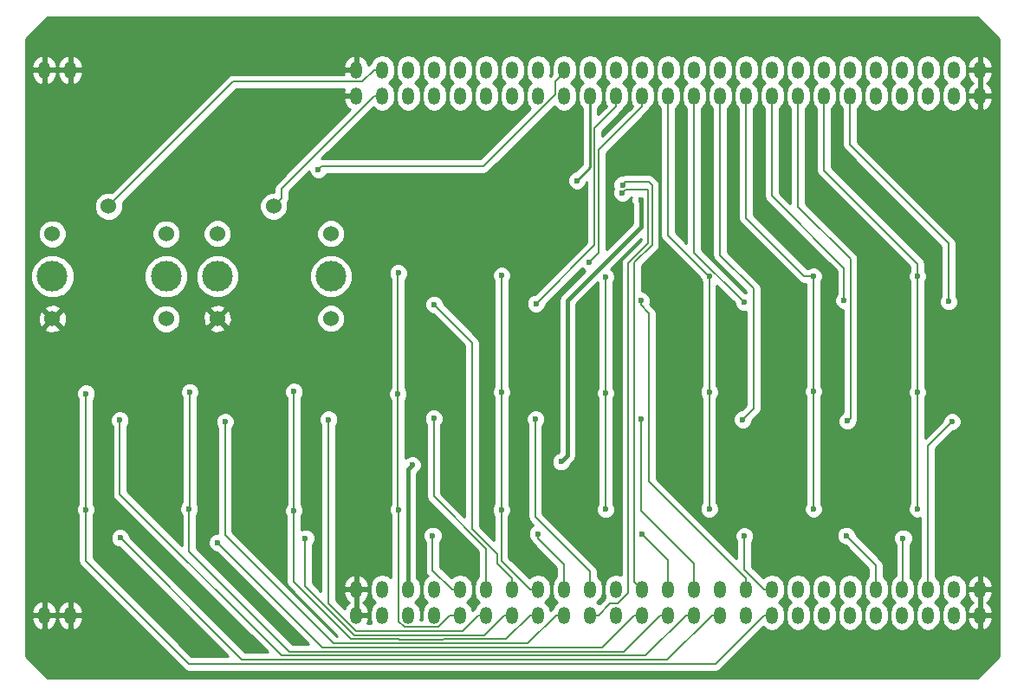
<source format=gbl>
G04 #@! TF.FileFunction,Copper,L2,Bot,Signal*
%FSLAX46Y46*%
G04 Gerber Fmt 4.6, Leading zero omitted, Abs format (unit mm)*
G04 Created by KiCad (PCBNEW 4.0.5-e0-6337~52~ubuntu16.10.1) date Sun Jan 15 19:05:05 2017*
%MOMM*%
%LPD*%
G01*
G04 APERTURE LIST*
%ADD10C,0.100000*%
%ADD11O,1.200000X1.700000*%
%ADD12C,1.524000*%
%ADD13C,3.000000*%
%ADD14C,0.600000*%
%ADD15C,0.200000*%
%ADD16C,0.400000*%
%ADD17C,0.250000*%
%ADD18C,0.254000*%
G04 APERTURE END LIST*
D10*
D11*
X82540000Y-84590000D03*
X85080000Y-84590000D03*
X113020000Y-84590000D03*
X115560000Y-84590000D03*
X118100000Y-84590000D03*
X120640000Y-84590000D03*
X123180000Y-84590000D03*
X125720000Y-84590000D03*
X128260000Y-84590000D03*
X130800000Y-84590000D03*
X133340000Y-84590000D03*
X135880000Y-84590000D03*
X138420000Y-84590000D03*
X140960000Y-84590000D03*
X143500000Y-84590000D03*
X146040000Y-84590000D03*
X148580000Y-84590000D03*
X151120000Y-84590000D03*
X153660000Y-84590000D03*
X156200000Y-84590000D03*
X158740000Y-84590000D03*
X161280000Y-84590000D03*
X163820000Y-84590000D03*
X166360000Y-84590000D03*
X168900000Y-84590000D03*
X171440000Y-84590000D03*
X173980000Y-84590000D03*
X113020000Y-87130000D03*
X115560000Y-87130000D03*
X118100000Y-87130000D03*
X120640000Y-87130000D03*
X123180000Y-87130000D03*
X125720000Y-87130000D03*
X128260000Y-87130000D03*
X130800000Y-87130000D03*
X133340000Y-87130000D03*
X135880000Y-87130000D03*
X138420000Y-87130000D03*
X140960000Y-87130000D03*
X143500000Y-87130000D03*
X146040000Y-87130000D03*
X148580000Y-87130000D03*
X151120000Y-87130000D03*
X153660000Y-87130000D03*
X156200000Y-87130000D03*
X158740000Y-87130000D03*
X161280000Y-87130000D03*
X163820000Y-87130000D03*
X166360000Y-87130000D03*
X168900000Y-87130000D03*
X171440000Y-87130000D03*
X173980000Y-87130000D03*
X82540000Y-137930000D03*
X85080000Y-137930000D03*
X113020000Y-135390000D03*
X115560000Y-135390000D03*
X118100000Y-135390000D03*
X120640000Y-135390000D03*
X123180000Y-135390000D03*
X125720000Y-135390000D03*
X128260000Y-135390000D03*
X130800000Y-135390000D03*
X133340000Y-135390000D03*
X135880000Y-135390000D03*
X138420000Y-135390000D03*
X140960000Y-135390000D03*
X143500000Y-135390000D03*
X146040000Y-135390000D03*
X148580000Y-135390000D03*
X151120000Y-135390000D03*
X153660000Y-135390000D03*
X156200000Y-135390000D03*
X158740000Y-135390000D03*
X161280000Y-135390000D03*
X163820000Y-135390000D03*
X166360000Y-135390000D03*
X168900000Y-135390000D03*
X171440000Y-135390000D03*
X173980000Y-135390000D03*
X113020000Y-137930000D03*
X115560000Y-137930000D03*
X118100000Y-137930000D03*
X120640000Y-137930000D03*
X123180000Y-137930000D03*
X125720000Y-137930000D03*
X128260000Y-137930000D03*
X130800000Y-137930000D03*
X133340000Y-137930000D03*
X135880000Y-137930000D03*
X138420000Y-137930000D03*
X140960000Y-137930000D03*
X143500000Y-137930000D03*
X146040000Y-137930000D03*
X148580000Y-137930000D03*
X151120000Y-137930000D03*
X153660000Y-137930000D03*
X156200000Y-137930000D03*
X158740000Y-137930000D03*
X161280000Y-137930000D03*
X163820000Y-137930000D03*
X166360000Y-137930000D03*
X168900000Y-137930000D03*
X171440000Y-137930000D03*
X173980000Y-137930000D03*
D12*
X88824600Y-97916800D03*
X94424600Y-108916800D03*
X83324600Y-108916800D03*
X94424600Y-100616800D03*
X83324600Y-100616800D03*
D13*
X83324600Y-104766800D03*
X94424600Y-104766800D03*
D12*
X104950000Y-97900000D03*
X110550000Y-108900000D03*
X99450000Y-108900000D03*
X110550000Y-100600000D03*
X99450000Y-100600000D03*
D13*
X99450000Y-104750000D03*
X110550000Y-104750000D03*
D14*
X86614000Y-116230400D03*
X86588600Y-127584200D03*
X96697800Y-127508000D03*
X96748600Y-116078000D03*
X106922478Y-127706395D03*
X106934000Y-116052600D03*
X117119400Y-104444800D03*
X117144800Y-127584200D03*
X117094000Y-116255800D03*
X127203200Y-127609600D03*
X127228600Y-116078000D03*
X127228600Y-104673400D03*
X170916600Y-107238800D03*
X171246800Y-118973600D03*
X161010600Y-118922800D03*
X166471600Y-130378200D03*
X160909000Y-130124200D03*
X150799800Y-118770400D03*
X140868400Y-118719600D03*
X150952200Y-130175000D03*
X140970000Y-129971800D03*
X130556000Y-118745000D03*
X139042857Y-95826368D03*
X89941400Y-130352800D03*
X120599200Y-118668800D03*
X139039600Y-96621600D03*
X130759200Y-129946400D03*
X110312200Y-118770400D03*
X120497600Y-130124200D03*
X108051600Y-130378200D03*
X100203000Y-118973600D03*
X99466400Y-130810000D03*
X89916000Y-118846600D03*
X138791499Y-93970444D03*
X120624600Y-107518200D03*
X130581400Y-107442000D03*
X140843000Y-107162600D03*
X150901400Y-107289600D03*
X160710589Y-107112972D03*
X118491000Y-123215400D03*
X133045200Y-122910600D03*
X140819652Y-97286805D03*
X140819654Y-97286805D03*
X135788400Y-103378000D03*
X137388600Y-127558800D03*
X137388600Y-116179600D03*
X137390133Y-104814348D03*
X147543370Y-104780114D03*
X147523200Y-127508000D03*
X147523200Y-116078000D03*
X157708600Y-127533400D03*
X157708600Y-116027200D03*
X157708600Y-104749600D03*
X167868600Y-127508000D03*
X167868600Y-116103400D03*
X167868600Y-104775000D03*
X109321600Y-94310200D03*
X134594600Y-95402400D03*
D15*
X116236003Y-142680109D02*
X122503997Y-142680109D01*
X122503997Y-142680109D02*
X122512306Y-142671800D01*
X122512306Y-142671800D02*
X148118200Y-142671800D01*
X116227694Y-142671800D02*
X116236003Y-142680109D01*
X86588600Y-127584200D02*
X86588600Y-132613400D01*
X86588600Y-132613400D02*
X96647000Y-142671800D01*
X96647000Y-142671800D02*
X116227694Y-142671800D01*
X148118200Y-142671800D02*
X152860000Y-137930000D01*
X152860000Y-137930000D02*
X153660000Y-137930000D01*
X86588600Y-116255800D02*
X86614000Y-116230400D01*
X86588600Y-127584200D02*
X86588600Y-116255800D01*
X116724761Y-141471767D02*
X116733070Y-141480076D01*
X96697800Y-127508000D02*
X96697800Y-131648200D01*
X142700000Y-137930000D02*
X143500000Y-137930000D01*
X139158233Y-141471767D02*
X142700000Y-137930000D01*
X106521367Y-141471767D02*
X116724761Y-141471767D01*
X122006930Y-141480076D02*
X122015239Y-141471767D01*
X96697800Y-131648200D02*
X106521367Y-141471767D01*
X116733070Y-141480076D02*
X122006930Y-141480076D01*
X122015239Y-141471767D02*
X139158233Y-141471767D01*
X96748600Y-116078000D02*
X96748600Y-127457200D01*
X96748600Y-127457200D02*
X96697800Y-127508000D01*
X117221828Y-140271734D02*
X117230137Y-140280043D01*
X112537290Y-140271734D02*
X117221828Y-140271734D01*
X127658266Y-140271734D02*
X130000000Y-137930000D01*
X117230137Y-140280043D02*
X121509863Y-140280043D01*
X106922478Y-127706395D02*
X106922478Y-134656922D01*
X121509863Y-140280043D02*
X121518172Y-140271734D01*
X106922478Y-134656922D02*
X112537290Y-140271734D01*
X130000000Y-137930000D02*
X130800000Y-137930000D01*
X121518172Y-140271734D02*
X127658266Y-140271734D01*
X106934000Y-116052600D02*
X106934000Y-127694873D01*
X106934000Y-127694873D02*
X106922478Y-127706395D01*
X121012796Y-139080010D02*
X122162806Y-137930000D01*
X117144800Y-127584200D02*
X117144800Y-138497606D01*
X117144800Y-138497606D02*
X117727204Y-139080010D01*
X122162806Y-137930000D02*
X122380000Y-137930000D01*
X117727204Y-139080010D02*
X121012796Y-139080010D01*
X122380000Y-137930000D02*
X123180000Y-137930000D01*
X117094000Y-116255800D02*
X117094000Y-104470200D01*
X117094000Y-104470200D02*
X117119400Y-104444800D01*
X117094000Y-116255800D02*
X117094000Y-127533400D01*
X117094000Y-127533400D02*
X117144800Y-127584200D01*
X127203200Y-132593200D02*
X130000000Y-135390000D01*
X127203200Y-127609600D02*
X127203200Y-132593200D01*
X130000000Y-135390000D02*
X130800000Y-135390000D01*
X127228600Y-116078000D02*
X127228600Y-127584200D01*
X127228600Y-127584200D02*
X127203200Y-127609600D01*
X127228600Y-104673400D02*
X127228600Y-116078000D01*
X161280000Y-88001000D02*
X161280000Y-87130000D01*
X170916600Y-101549200D02*
X161280000Y-91912600D01*
X161280000Y-91912600D02*
X161280000Y-88001000D01*
X170916600Y-107238800D02*
X170916600Y-101549200D01*
X171246800Y-118973600D02*
X168900000Y-121320400D01*
X168900000Y-121320400D02*
X168900000Y-135390000D01*
X161310599Y-103093799D02*
X156200000Y-97983200D01*
X156200000Y-97983200D02*
X156200000Y-87130000D01*
X161010600Y-118922800D02*
X161310599Y-118622801D01*
X161310599Y-118622801D02*
X161310599Y-103093799D01*
X166471600Y-130378200D02*
X166471600Y-135278400D01*
X166471600Y-135278400D02*
X166360000Y-135390000D01*
X163820000Y-133035200D02*
X163820000Y-135390000D01*
X160909000Y-130124200D02*
X163820000Y-133035200D01*
X151866600Y-105968800D02*
X148580000Y-102682200D01*
X148580000Y-102682200D02*
X148580000Y-87130000D01*
X151866600Y-117703600D02*
X151866600Y-105968800D01*
X150799800Y-118770400D02*
X151866600Y-117703600D01*
X140868400Y-118719600D02*
X140868400Y-127660400D01*
X140868400Y-127660400D02*
X146040000Y-132832000D01*
X146040000Y-132832000D02*
X146040000Y-135390000D01*
X150952200Y-130175000D02*
X150952200Y-133482200D01*
X150952200Y-133482200D02*
X152860000Y-135390000D01*
X152860000Y-135390000D02*
X153660000Y-135390000D01*
X140970000Y-129971800D02*
X143500000Y-132501800D01*
X143500000Y-132501800D02*
X143500000Y-135390000D01*
X130505200Y-119220064D02*
X130505200Y-128278654D01*
X130505200Y-128278654D02*
X135880000Y-133653454D01*
X135880000Y-133653454D02*
X135880000Y-134340000D01*
X135880000Y-134340000D02*
X135880000Y-135390000D01*
X130556000Y-118745000D02*
X130556000Y-119169264D01*
X130556000Y-119169264D02*
X130505200Y-119220064D01*
X140960000Y-135390000D02*
X140182600Y-134612600D01*
X140182600Y-134612600D02*
X140182600Y-103428800D01*
X139342856Y-95526369D02*
X139042857Y-95826368D01*
X140182600Y-103428800D02*
X141935200Y-101676200D01*
X141935200Y-101676200D02*
X141935200Y-95859600D01*
X141935200Y-95859600D02*
X141601969Y-95526369D01*
X141601969Y-95526369D02*
X139342856Y-95526369D01*
X122346617Y-142271789D02*
X143438211Y-142271789D01*
X122338308Y-142280098D02*
X122346617Y-142271789D01*
X101860389Y-142271789D02*
X116393383Y-142271789D01*
X89941400Y-130352800D02*
X101860389Y-142271789D01*
X116393383Y-142271789D02*
X116401692Y-142280098D01*
X143438211Y-142271789D02*
X147780000Y-137930000D01*
X147780000Y-137930000D02*
X148580000Y-137930000D01*
X116401692Y-142280098D02*
X122338308Y-142280098D01*
X125720000Y-134340000D02*
X125720000Y-135390000D01*
X120599200Y-126295700D02*
X125720000Y-131416500D01*
X120599200Y-118668800D02*
X120599200Y-126295700D01*
X125720000Y-131416500D02*
X125720000Y-134340000D01*
X136680000Y-137930000D02*
X135880000Y-137930000D01*
X137830010Y-136779990D02*
X136680000Y-137930000D01*
X138552816Y-136779990D02*
X137830010Y-136779990D01*
X141575189Y-101527079D02*
X139619389Y-103482879D01*
X141575189Y-96321601D02*
X141575189Y-101527079D01*
X139619389Y-103482879D02*
X139619389Y-135713417D01*
X139339599Y-96321601D02*
X141575189Y-96321601D01*
X139039600Y-96621600D02*
X139339599Y-96321601D01*
X139619389Y-135713417D02*
X138552816Y-136779990D01*
X130759200Y-129946400D02*
X130759200Y-130370664D01*
X130759200Y-130370664D02*
X133340000Y-132951464D01*
X133340000Y-132951464D02*
X133340000Y-135390000D01*
X110312200Y-118770400D02*
X110312200Y-136745006D01*
X117561515Y-139480021D02*
X121178485Y-139480021D01*
X124920000Y-137930000D02*
X125720000Y-137930000D01*
X117553206Y-139471712D02*
X117561515Y-139480021D01*
X123378288Y-139471712D02*
X124920000Y-137930000D01*
X113038906Y-139471712D02*
X117553206Y-139471712D01*
X110312200Y-136745006D02*
X113038906Y-139471712D01*
X121178485Y-139480021D02*
X121186794Y-139471712D01*
X121186794Y-139471712D02*
X123378288Y-139471712D01*
X120497600Y-130124200D02*
X120497600Y-133507600D01*
X120497600Y-133507600D02*
X122380000Y-135390000D01*
X122380000Y-135390000D02*
X123180000Y-135390000D01*
X127460000Y-137930000D02*
X128260000Y-137930000D01*
X125518277Y-139871723D02*
X127460000Y-137930000D01*
X112873217Y-139871723D02*
X117387517Y-139871723D01*
X108051600Y-135050106D02*
X112873217Y-139871723D01*
X108051600Y-130378200D02*
X108051600Y-135050106D01*
X121344174Y-139880032D02*
X121352483Y-139871723D01*
X117387517Y-139871723D02*
X117395826Y-139880032D01*
X117395826Y-139880032D02*
X121344174Y-139880032D01*
X121352483Y-139871723D02*
X125518277Y-139871723D01*
X129798255Y-140671745D02*
X132540000Y-137930000D01*
X121675552Y-140680054D02*
X121683861Y-140671745D01*
X121683861Y-140671745D02*
X129798255Y-140671745D01*
X117064448Y-140680054D02*
X121675552Y-140680054D01*
X100203000Y-118973600D02*
X100203000Y-130054900D01*
X132540000Y-137930000D02*
X133340000Y-137930000D01*
X110819845Y-140671745D02*
X117056139Y-140671745D01*
X100203000Y-130054900D02*
X110819845Y-140671745D01*
X117056139Y-140671745D02*
X117064448Y-140680054D01*
X137018244Y-141071756D02*
X140160000Y-137930000D01*
X109728156Y-141071756D02*
X116890450Y-141071756D01*
X99466400Y-130810000D02*
X109728156Y-141071756D01*
X140160000Y-137930000D02*
X140960000Y-137930000D01*
X116898759Y-141080065D02*
X121841241Y-141080065D01*
X116890450Y-141071756D02*
X116898759Y-141080065D01*
X121841241Y-141080065D02*
X121849550Y-141071756D01*
X121849550Y-141071756D02*
X137018244Y-141071756D01*
X145240000Y-137930000D02*
X146040000Y-137930000D01*
X116559072Y-141871778D02*
X116567381Y-141880087D01*
X89916000Y-118846600D02*
X89916000Y-126060200D01*
X141298222Y-141871778D02*
X145240000Y-137930000D01*
X122180928Y-141871778D02*
X141298222Y-141871778D01*
X89916000Y-126060200D02*
X105727578Y-141871778D01*
X122172619Y-141880087D02*
X122180928Y-141871778D01*
X105727578Y-141871778D02*
X116559072Y-141871778D01*
X116567381Y-141880087D02*
X122172619Y-141880087D01*
D16*
X138953455Y-94132400D02*
X138791499Y-93970444D01*
X139065000Y-94132400D02*
X138953455Y-94132400D01*
D15*
X128260000Y-134340000D02*
X128260000Y-135390000D01*
X124358400Y-129489200D02*
X126803189Y-131933989D01*
X124358400Y-111252000D02*
X124358400Y-129489200D01*
X120624600Y-107518200D02*
X124358400Y-111252000D01*
X126803189Y-132883189D02*
X128260000Y-134340000D01*
X126803189Y-131933989D02*
X126803189Y-132883189D01*
X138420000Y-88180000D02*
X138420000Y-87130000D01*
X136305011Y-90294989D02*
X138420000Y-88180000D01*
X136305011Y-101718389D02*
X136305011Y-90294989D01*
X130581400Y-107442000D02*
X136305011Y-101718389D01*
X140843000Y-107162600D02*
X140843000Y-107586864D01*
X140843000Y-107586864D02*
X141630400Y-108374264D01*
X141630400Y-108374264D02*
X141630400Y-124850400D01*
X141630400Y-124850400D02*
X151120000Y-134340000D01*
X151120000Y-134340000D02*
X151120000Y-135390000D01*
X146040000Y-102428200D02*
X146040000Y-87130000D01*
X150901400Y-107289600D02*
X146040000Y-102428200D01*
X160710589Y-103966989D02*
X160710589Y-106688708D01*
X153660000Y-96916400D02*
X160710589Y-103966989D01*
X153660000Y-87130000D02*
X153660000Y-96916400D01*
X160710589Y-106688708D02*
X160710589Y-107112972D01*
D16*
X140819654Y-97286805D02*
X140819654Y-99972346D01*
X140819654Y-99972346D02*
X133680200Y-107111800D01*
X133680200Y-122275600D02*
X133045200Y-122910600D01*
X133680200Y-107111800D02*
X133680200Y-122275600D01*
X118491000Y-123215400D02*
X118100000Y-123606400D01*
X118100000Y-123606400D02*
X118100000Y-135390000D01*
X118100000Y-135390000D02*
X118100000Y-135140000D01*
X140868400Y-97238057D02*
X140819652Y-97286805D01*
D15*
X140960000Y-88180000D02*
X140960000Y-87130000D01*
X135788400Y-103378000D02*
X136705022Y-102461378D01*
X136705022Y-102461378D02*
X136705022Y-92434978D01*
X136705022Y-92434978D02*
X140960000Y-88180000D01*
X137388600Y-116179600D02*
X137388600Y-127558800D01*
X137390133Y-104814348D02*
X137390133Y-116178067D01*
X137390133Y-116178067D02*
X137388600Y-116179600D01*
X147243371Y-104480115D02*
X147543370Y-104780114D01*
X143500000Y-100736744D02*
X147243371Y-104480115D01*
X143500000Y-87130000D02*
X143500000Y-100736744D01*
X147523200Y-104800284D02*
X147543370Y-104780114D01*
X147523200Y-116078000D02*
X147523200Y-104800284D01*
X147523200Y-116078000D02*
X147523200Y-127508000D01*
X156819600Y-104749600D02*
X151120000Y-99050000D01*
X151120000Y-99050000D02*
X151120000Y-87130000D01*
X157708600Y-104749600D02*
X156819600Y-104749600D01*
X157708600Y-116027200D02*
X157708600Y-127533400D01*
X157708600Y-104749600D02*
X157708600Y-116027200D01*
X167868600Y-103530400D02*
X158740000Y-94401800D01*
X158740000Y-94401800D02*
X158740000Y-87130000D01*
X167868600Y-104775000D02*
X167868600Y-103530400D01*
X167868600Y-116103400D02*
X167868600Y-127508000D01*
X167868600Y-104775000D02*
X167868600Y-116103400D01*
X88824600Y-97916800D02*
X101001390Y-85740010D01*
X101001390Y-85740010D02*
X113609990Y-85740010D01*
X113609990Y-85740010D02*
X114760000Y-84590000D01*
X114760000Y-84590000D02*
X115560000Y-84590000D01*
X104950000Y-97900000D02*
X105711999Y-97138001D01*
X105711999Y-97138001D02*
X105711999Y-96178001D01*
X105711999Y-96178001D02*
X114760000Y-87130000D01*
X114760000Y-87130000D02*
X115560000Y-87130000D01*
X109321600Y-94310200D02*
X109621599Y-94010201D01*
X109621599Y-94010201D02*
X125442605Y-94010201D01*
X125442605Y-94010201D02*
X132439990Y-87012816D01*
X132439990Y-87012816D02*
X132439990Y-85740010D01*
X132439990Y-85740010D02*
X133340000Y-84840000D01*
X133340000Y-84840000D02*
X133340000Y-84590000D01*
D17*
X134594600Y-95402400D02*
X135880000Y-94117000D01*
X135880000Y-94117000D02*
X135880000Y-87130000D01*
D15*
X135788400Y-87221600D02*
X135880000Y-87130000D01*
D18*
G36*
X175820000Y-81574091D02*
X175820000Y-141945909D01*
X173695908Y-144070000D01*
X82844091Y-144070000D01*
X80720000Y-141945908D01*
X80720000Y-138252696D01*
X81294744Y-138252696D01*
X81417353Y-138723701D01*
X81710875Y-139111933D01*
X82130624Y-139358286D01*
X82222391Y-139373462D01*
X82413000Y-139248731D01*
X82413000Y-138057000D01*
X82667000Y-138057000D01*
X82667000Y-139248731D01*
X82857609Y-139373462D01*
X82949376Y-139358286D01*
X83369125Y-139111933D01*
X83662647Y-138723701D01*
X83785256Y-138252696D01*
X83834744Y-138252696D01*
X83957353Y-138723701D01*
X84250875Y-139111933D01*
X84670624Y-139358286D01*
X84762391Y-139373462D01*
X84953000Y-139248731D01*
X84953000Y-138057000D01*
X85207000Y-138057000D01*
X85207000Y-139248731D01*
X85397609Y-139373462D01*
X85489376Y-139358286D01*
X85909125Y-139111933D01*
X86202647Y-138723701D01*
X86325256Y-138252696D01*
X86162547Y-138057000D01*
X85207000Y-138057000D01*
X84953000Y-138057000D01*
X83997453Y-138057000D01*
X83834744Y-138252696D01*
X83785256Y-138252696D01*
X83622547Y-138057000D01*
X82667000Y-138057000D01*
X82413000Y-138057000D01*
X81457453Y-138057000D01*
X81294744Y-138252696D01*
X80720000Y-138252696D01*
X80720000Y-137607304D01*
X81294744Y-137607304D01*
X81457453Y-137803000D01*
X82413000Y-137803000D01*
X82413000Y-136611269D01*
X82667000Y-136611269D01*
X82667000Y-137803000D01*
X83622547Y-137803000D01*
X83785256Y-137607304D01*
X83834744Y-137607304D01*
X83997453Y-137803000D01*
X84953000Y-137803000D01*
X84953000Y-136611269D01*
X85207000Y-136611269D01*
X85207000Y-137803000D01*
X86162547Y-137803000D01*
X86325256Y-137607304D01*
X86202647Y-137136299D01*
X85909125Y-136748067D01*
X85489376Y-136501714D01*
X85397609Y-136486538D01*
X85207000Y-136611269D01*
X84953000Y-136611269D01*
X84762391Y-136486538D01*
X84670624Y-136501714D01*
X84250875Y-136748067D01*
X83957353Y-137136299D01*
X83834744Y-137607304D01*
X83785256Y-137607304D01*
X83662647Y-137136299D01*
X83369125Y-136748067D01*
X82949376Y-136501714D01*
X82857609Y-136486538D01*
X82667000Y-136611269D01*
X82413000Y-136611269D01*
X82222391Y-136486538D01*
X82130624Y-136501714D01*
X81710875Y-136748067D01*
X81417353Y-137136299D01*
X81294744Y-137607304D01*
X80720000Y-137607304D01*
X80720000Y-127769367D01*
X85653438Y-127769367D01*
X85795483Y-128113143D01*
X85853600Y-128171362D01*
X85853600Y-132613400D01*
X85891344Y-132803149D01*
X85909549Y-132894672D01*
X86068877Y-133133123D01*
X96127277Y-143191524D01*
X96365728Y-143350851D01*
X96647000Y-143406800D01*
X116194231Y-143406800D01*
X116236003Y-143415109D01*
X122503997Y-143415109D01*
X122545769Y-143406800D01*
X148118200Y-143406800D01*
X148399472Y-143350851D01*
X148637923Y-143191523D01*
X152770843Y-139058604D01*
X152786723Y-139082370D01*
X153187386Y-139350084D01*
X153660000Y-139444093D01*
X154132614Y-139350084D01*
X154533277Y-139082370D01*
X154800991Y-138681707D01*
X154895000Y-138209093D01*
X154895000Y-137650907D01*
X154800991Y-137178293D01*
X154533277Y-136777630D01*
X154357231Y-136660000D01*
X154533277Y-136542370D01*
X154800991Y-136141707D01*
X154895000Y-135669093D01*
X154895000Y-135110907D01*
X154965000Y-135110907D01*
X154965000Y-135669093D01*
X155059009Y-136141707D01*
X155326723Y-136542370D01*
X155502769Y-136660000D01*
X155326723Y-136777630D01*
X155059009Y-137178293D01*
X154965000Y-137650907D01*
X154965000Y-138209093D01*
X155059009Y-138681707D01*
X155326723Y-139082370D01*
X155727386Y-139350084D01*
X156200000Y-139444093D01*
X156672614Y-139350084D01*
X157073277Y-139082370D01*
X157340991Y-138681707D01*
X157435000Y-138209093D01*
X157435000Y-137650907D01*
X157340991Y-137178293D01*
X157073277Y-136777630D01*
X156897231Y-136660000D01*
X157073277Y-136542370D01*
X157340991Y-136141707D01*
X157435000Y-135669093D01*
X157435000Y-135110907D01*
X157505000Y-135110907D01*
X157505000Y-135669093D01*
X157599009Y-136141707D01*
X157866723Y-136542370D01*
X158042769Y-136660000D01*
X157866723Y-136777630D01*
X157599009Y-137178293D01*
X157505000Y-137650907D01*
X157505000Y-138209093D01*
X157599009Y-138681707D01*
X157866723Y-139082370D01*
X158267386Y-139350084D01*
X158740000Y-139444093D01*
X159212614Y-139350084D01*
X159613277Y-139082370D01*
X159880991Y-138681707D01*
X159975000Y-138209093D01*
X159975000Y-137650907D01*
X159880991Y-137178293D01*
X159613277Y-136777630D01*
X159437231Y-136660000D01*
X159613277Y-136542370D01*
X159880991Y-136141707D01*
X159975000Y-135669093D01*
X159975000Y-135110907D01*
X160045000Y-135110907D01*
X160045000Y-135669093D01*
X160139009Y-136141707D01*
X160406723Y-136542370D01*
X160582769Y-136660000D01*
X160406723Y-136777630D01*
X160139009Y-137178293D01*
X160045000Y-137650907D01*
X160045000Y-138209093D01*
X160139009Y-138681707D01*
X160406723Y-139082370D01*
X160807386Y-139350084D01*
X161280000Y-139444093D01*
X161752614Y-139350084D01*
X162153277Y-139082370D01*
X162420991Y-138681707D01*
X162515000Y-138209093D01*
X162515000Y-137650907D01*
X162420991Y-137178293D01*
X162153277Y-136777630D01*
X161977231Y-136660000D01*
X162153277Y-136542370D01*
X162420991Y-136141707D01*
X162515000Y-135669093D01*
X162515000Y-135110907D01*
X162420991Y-134638293D01*
X162153277Y-134237630D01*
X161752614Y-133969916D01*
X161280000Y-133875907D01*
X160807386Y-133969916D01*
X160406723Y-134237630D01*
X160139009Y-134638293D01*
X160045000Y-135110907D01*
X159975000Y-135110907D01*
X159880991Y-134638293D01*
X159613277Y-134237630D01*
X159212614Y-133969916D01*
X158740000Y-133875907D01*
X158267386Y-133969916D01*
X157866723Y-134237630D01*
X157599009Y-134638293D01*
X157505000Y-135110907D01*
X157435000Y-135110907D01*
X157340991Y-134638293D01*
X157073277Y-134237630D01*
X156672614Y-133969916D01*
X156200000Y-133875907D01*
X155727386Y-133969916D01*
X155326723Y-134237630D01*
X155059009Y-134638293D01*
X154965000Y-135110907D01*
X154895000Y-135110907D01*
X154800991Y-134638293D01*
X154533277Y-134237630D01*
X154132614Y-133969916D01*
X153660000Y-133875907D01*
X153187386Y-133969916D01*
X152786723Y-134237630D01*
X152770843Y-134261396D01*
X151687200Y-133177754D01*
X151687200Y-130762419D01*
X151744392Y-130705327D01*
X151887038Y-130361799D01*
X151887083Y-130309367D01*
X159973838Y-130309367D01*
X160115883Y-130653143D01*
X160378673Y-130916392D01*
X160722201Y-131059038D01*
X160804464Y-131059110D01*
X163085000Y-133339647D01*
X163085000Y-134145236D01*
X162946723Y-134237630D01*
X162679009Y-134638293D01*
X162585000Y-135110907D01*
X162585000Y-135669093D01*
X162679009Y-136141707D01*
X162946723Y-136542370D01*
X163122769Y-136660000D01*
X162946723Y-136777630D01*
X162679009Y-137178293D01*
X162585000Y-137650907D01*
X162585000Y-138209093D01*
X162679009Y-138681707D01*
X162946723Y-139082370D01*
X163347386Y-139350084D01*
X163820000Y-139444093D01*
X164292614Y-139350084D01*
X164693277Y-139082370D01*
X164960991Y-138681707D01*
X165055000Y-138209093D01*
X165055000Y-137650907D01*
X164960991Y-137178293D01*
X164693277Y-136777630D01*
X164517231Y-136660000D01*
X164693277Y-136542370D01*
X164960991Y-136141707D01*
X165055000Y-135669093D01*
X165055000Y-135110907D01*
X165125000Y-135110907D01*
X165125000Y-135669093D01*
X165219009Y-136141707D01*
X165486723Y-136542370D01*
X165662769Y-136660000D01*
X165486723Y-136777630D01*
X165219009Y-137178293D01*
X165125000Y-137650907D01*
X165125000Y-138209093D01*
X165219009Y-138681707D01*
X165486723Y-139082370D01*
X165887386Y-139350084D01*
X166360000Y-139444093D01*
X166832614Y-139350084D01*
X167233277Y-139082370D01*
X167500991Y-138681707D01*
X167595000Y-138209093D01*
X167595000Y-137650907D01*
X167500991Y-137178293D01*
X167233277Y-136777630D01*
X167057231Y-136660000D01*
X167233277Y-136542370D01*
X167500991Y-136141707D01*
X167595000Y-135669093D01*
X167595000Y-135110907D01*
X167500991Y-134638293D01*
X167233277Y-134237630D01*
X167206600Y-134219805D01*
X167206600Y-130965619D01*
X167263792Y-130908527D01*
X167406438Y-130564999D01*
X167406762Y-130193033D01*
X167264717Y-129849257D01*
X167001927Y-129586008D01*
X166658399Y-129443362D01*
X166286433Y-129443038D01*
X165942657Y-129585083D01*
X165679408Y-129847873D01*
X165536762Y-130191401D01*
X165536438Y-130563367D01*
X165678483Y-130907143D01*
X165736600Y-130965362D01*
X165736600Y-134070668D01*
X165486723Y-134237630D01*
X165219009Y-134638293D01*
X165125000Y-135110907D01*
X165055000Y-135110907D01*
X164960991Y-134638293D01*
X164693277Y-134237630D01*
X164555000Y-134145236D01*
X164555000Y-133035200D01*
X164499051Y-132753928D01*
X164494556Y-132747201D01*
X164339724Y-132515477D01*
X161844092Y-130019845D01*
X161844162Y-129939033D01*
X161702117Y-129595257D01*
X161439327Y-129332008D01*
X161095799Y-129189362D01*
X160723833Y-129189038D01*
X160380057Y-129331083D01*
X160116808Y-129593873D01*
X159974162Y-129937401D01*
X159973838Y-130309367D01*
X151887083Y-130309367D01*
X151887362Y-129989833D01*
X151745317Y-129646057D01*
X151482527Y-129382808D01*
X151138999Y-129240162D01*
X150767033Y-129239838D01*
X150423257Y-129381883D01*
X150160008Y-129644673D01*
X150017362Y-129988201D01*
X150017038Y-130360167D01*
X150159083Y-130703943D01*
X150217200Y-130762162D01*
X150217200Y-132397754D01*
X142365400Y-124545954D01*
X142365400Y-108374264D01*
X142309451Y-108092992D01*
X142150124Y-107854541D01*
X141738857Y-107443275D01*
X141777838Y-107349399D01*
X141778162Y-106977433D01*
X141636117Y-106633657D01*
X141373327Y-106370408D01*
X141029799Y-106227762D01*
X140917600Y-106227664D01*
X140917600Y-103733246D01*
X142454924Y-102195923D01*
X142614251Y-101957472D01*
X142670200Y-101676200D01*
X142670200Y-95859600D01*
X142614251Y-95578328D01*
X142579533Y-95526369D01*
X142454924Y-95339877D01*
X142121692Y-95006646D01*
X141883241Y-94847318D01*
X141601969Y-94791369D01*
X139342856Y-94791369D01*
X139061584Y-94847318D01*
X138995721Y-94891326D01*
X138857690Y-94891206D01*
X138513914Y-95033251D01*
X138250665Y-95296041D01*
X138108019Y-95639569D01*
X138107695Y-96011535D01*
X138193893Y-96220151D01*
X138104762Y-96434801D01*
X138104438Y-96806767D01*
X138246483Y-97150543D01*
X138509273Y-97413792D01*
X138852801Y-97556438D01*
X139224767Y-97556762D01*
X139568543Y-97414717D01*
X139831792Y-97151927D01*
X139871375Y-97056601D01*
X139902837Y-97056601D01*
X139884814Y-97100006D01*
X139884490Y-97471972D01*
X139984654Y-97714388D01*
X139984654Y-99626478D01*
X137440022Y-102171110D01*
X137440022Y-92739424D01*
X141479724Y-88699723D01*
X141639051Y-88461272D01*
X141650320Y-88404617D01*
X141833277Y-88282370D01*
X142100991Y-87881707D01*
X142195000Y-87409093D01*
X142195000Y-86850907D01*
X142100991Y-86378293D01*
X141833277Y-85977630D01*
X141657231Y-85860000D01*
X141833277Y-85742370D01*
X142100991Y-85341707D01*
X142195000Y-84869093D01*
X142195000Y-84310907D01*
X142265000Y-84310907D01*
X142265000Y-84869093D01*
X142359009Y-85341707D01*
X142626723Y-85742370D01*
X142802769Y-85860000D01*
X142626723Y-85977630D01*
X142359009Y-86378293D01*
X142265000Y-86850907D01*
X142265000Y-87409093D01*
X142359009Y-87881707D01*
X142626723Y-88282370D01*
X142765000Y-88374764D01*
X142765000Y-100736744D01*
X142816798Y-100997149D01*
X142820949Y-101018016D01*
X142980277Y-101256467D01*
X146608278Y-104884469D01*
X146608208Y-104965281D01*
X146750253Y-105309057D01*
X146788200Y-105347070D01*
X146788200Y-115490581D01*
X146731008Y-115547673D01*
X146588362Y-115891201D01*
X146588038Y-116263167D01*
X146730083Y-116606943D01*
X146788200Y-116665162D01*
X146788200Y-126920581D01*
X146731008Y-126977673D01*
X146588362Y-127321201D01*
X146588038Y-127693167D01*
X146730083Y-128036943D01*
X146992873Y-128300192D01*
X147336401Y-128442838D01*
X147708367Y-128443162D01*
X148052143Y-128301117D01*
X148315392Y-128038327D01*
X148458038Y-127694799D01*
X148458362Y-127322833D01*
X148316317Y-126979057D01*
X148258200Y-126920838D01*
X148258200Y-116665419D01*
X148315392Y-116608327D01*
X148458038Y-116264799D01*
X148458362Y-115892833D01*
X148316317Y-115549057D01*
X148258200Y-115490838D01*
X148258200Y-105685847D01*
X149966308Y-107393955D01*
X149966238Y-107474767D01*
X150108283Y-107818543D01*
X150371073Y-108081792D01*
X150714601Y-108224438D01*
X151086567Y-108224762D01*
X151131600Y-108206155D01*
X151131600Y-117399153D01*
X150695445Y-117835308D01*
X150614633Y-117835238D01*
X150270857Y-117977283D01*
X150007608Y-118240073D01*
X149864962Y-118583601D01*
X149864638Y-118955567D01*
X150006683Y-119299343D01*
X150269473Y-119562592D01*
X150613001Y-119705238D01*
X150984967Y-119705562D01*
X151328743Y-119563517D01*
X151591992Y-119300727D01*
X151734638Y-118957199D01*
X151734710Y-118874937D01*
X152386323Y-118223324D01*
X152545651Y-117984872D01*
X152557265Y-117926483D01*
X152601600Y-117703600D01*
X152601600Y-105968800D01*
X152545651Y-105687528D01*
X152465245Y-105567192D01*
X152386323Y-105449076D01*
X149315000Y-102377754D01*
X149315000Y-88374764D01*
X149453277Y-88282370D01*
X149720991Y-87881707D01*
X149815000Y-87409093D01*
X149815000Y-86850907D01*
X149720991Y-86378293D01*
X149453277Y-85977630D01*
X149277231Y-85860000D01*
X149453277Y-85742370D01*
X149720991Y-85341707D01*
X149815000Y-84869093D01*
X149815000Y-84310907D01*
X149885000Y-84310907D01*
X149885000Y-84869093D01*
X149979009Y-85341707D01*
X150246723Y-85742370D01*
X150422769Y-85860000D01*
X150246723Y-85977630D01*
X149979009Y-86378293D01*
X149885000Y-86850907D01*
X149885000Y-87409093D01*
X149979009Y-87881707D01*
X150246723Y-88282370D01*
X150385000Y-88374764D01*
X150385000Y-99050000D01*
X150434180Y-99297242D01*
X150440949Y-99331272D01*
X150600277Y-99569723D01*
X156299877Y-105269324D01*
X156538328Y-105428651D01*
X156819600Y-105484600D01*
X156973600Y-105484600D01*
X156973600Y-115439781D01*
X156916408Y-115496873D01*
X156773762Y-115840401D01*
X156773438Y-116212367D01*
X156915483Y-116556143D01*
X156973600Y-116614362D01*
X156973600Y-126945981D01*
X156916408Y-127003073D01*
X156773762Y-127346601D01*
X156773438Y-127718567D01*
X156915483Y-128062343D01*
X157178273Y-128325592D01*
X157521801Y-128468238D01*
X157893767Y-128468562D01*
X158237543Y-128326517D01*
X158500792Y-128063727D01*
X158643438Y-127720199D01*
X158643762Y-127348233D01*
X158501717Y-127004457D01*
X158443600Y-126946238D01*
X158443600Y-116614619D01*
X158500792Y-116557527D01*
X158643438Y-116213999D01*
X158643762Y-115842033D01*
X158501717Y-115498257D01*
X158443600Y-115440038D01*
X158443600Y-105337019D01*
X158500792Y-105279927D01*
X158643438Y-104936399D01*
X158643762Y-104564433D01*
X158501717Y-104220657D01*
X158238927Y-103957408D01*
X157895399Y-103814762D01*
X157523433Y-103814438D01*
X157179657Y-103956483D01*
X157122744Y-104013297D01*
X151855000Y-98745554D01*
X151855000Y-88374764D01*
X151993277Y-88282370D01*
X152260991Y-87881707D01*
X152355000Y-87409093D01*
X152355000Y-86850907D01*
X152260991Y-86378293D01*
X151993277Y-85977630D01*
X151817231Y-85860000D01*
X151993277Y-85742370D01*
X152260991Y-85341707D01*
X152355000Y-84869093D01*
X152355000Y-84310907D01*
X152425000Y-84310907D01*
X152425000Y-84869093D01*
X152519009Y-85341707D01*
X152786723Y-85742370D01*
X152962769Y-85860000D01*
X152786723Y-85977630D01*
X152519009Y-86378293D01*
X152425000Y-86850907D01*
X152425000Y-87409093D01*
X152519009Y-87881707D01*
X152786723Y-88282370D01*
X152925000Y-88374764D01*
X152925000Y-96916400D01*
X152971850Y-97151927D01*
X152980949Y-97197672D01*
X153140277Y-97436123D01*
X159975589Y-104271436D01*
X159975589Y-106525553D01*
X159918397Y-106582645D01*
X159775751Y-106926173D01*
X159775427Y-107298139D01*
X159917472Y-107641915D01*
X160180262Y-107905164D01*
X160523790Y-108047810D01*
X160575599Y-108047855D01*
X160575599Y-118090867D01*
X160481657Y-118129683D01*
X160218408Y-118392473D01*
X160075762Y-118736001D01*
X160075438Y-119107967D01*
X160217483Y-119451743D01*
X160480273Y-119714992D01*
X160823801Y-119857638D01*
X161195767Y-119857962D01*
X161539543Y-119715917D01*
X161802792Y-119453127D01*
X161945438Y-119109599D01*
X161945560Y-118970059D01*
X161989650Y-118904073D01*
X162045599Y-118622801D01*
X162045599Y-103093799D01*
X161989650Y-102812527D01*
X161989650Y-102812526D01*
X161830322Y-102574075D01*
X156935000Y-97678754D01*
X156935000Y-88374764D01*
X157073277Y-88282370D01*
X157340991Y-87881707D01*
X157435000Y-87409093D01*
X157435000Y-86850907D01*
X157340991Y-86378293D01*
X157073277Y-85977630D01*
X156897231Y-85860000D01*
X157073277Y-85742370D01*
X157340991Y-85341707D01*
X157435000Y-84869093D01*
X157435000Y-84310907D01*
X157505000Y-84310907D01*
X157505000Y-84869093D01*
X157599009Y-85341707D01*
X157866723Y-85742370D01*
X158042769Y-85860000D01*
X157866723Y-85977630D01*
X157599009Y-86378293D01*
X157505000Y-86850907D01*
X157505000Y-87409093D01*
X157599009Y-87881707D01*
X157866723Y-88282370D01*
X158005000Y-88374764D01*
X158005000Y-94401800D01*
X158055246Y-94654401D01*
X158060949Y-94683072D01*
X158220277Y-94921523D01*
X167133600Y-103834847D01*
X167133600Y-104187581D01*
X167076408Y-104244673D01*
X166933762Y-104588201D01*
X166933438Y-104960167D01*
X167075483Y-105303943D01*
X167133600Y-105362162D01*
X167133600Y-115515981D01*
X167076408Y-115573073D01*
X166933762Y-115916601D01*
X166933438Y-116288567D01*
X167075483Y-116632343D01*
X167133600Y-116690562D01*
X167133600Y-126920581D01*
X167076408Y-126977673D01*
X166933762Y-127321201D01*
X166933438Y-127693167D01*
X167075483Y-128036943D01*
X167338273Y-128300192D01*
X167681801Y-128442838D01*
X168053767Y-128443162D01*
X168165000Y-128397202D01*
X168165000Y-134145236D01*
X168026723Y-134237630D01*
X167759009Y-134638293D01*
X167665000Y-135110907D01*
X167665000Y-135669093D01*
X167759009Y-136141707D01*
X168026723Y-136542370D01*
X168202769Y-136660000D01*
X168026723Y-136777630D01*
X167759009Y-137178293D01*
X167665000Y-137650907D01*
X167665000Y-138209093D01*
X167759009Y-138681707D01*
X168026723Y-139082370D01*
X168427386Y-139350084D01*
X168900000Y-139444093D01*
X169372614Y-139350084D01*
X169773277Y-139082370D01*
X170040991Y-138681707D01*
X170135000Y-138209093D01*
X170135000Y-137650907D01*
X170040991Y-137178293D01*
X169773277Y-136777630D01*
X169597231Y-136660000D01*
X169773277Y-136542370D01*
X170040991Y-136141707D01*
X170135000Y-135669093D01*
X170135000Y-135110907D01*
X170205000Y-135110907D01*
X170205000Y-135669093D01*
X170299009Y-136141707D01*
X170566723Y-136542370D01*
X170742769Y-136660000D01*
X170566723Y-136777630D01*
X170299009Y-137178293D01*
X170205000Y-137650907D01*
X170205000Y-138209093D01*
X170299009Y-138681707D01*
X170566723Y-139082370D01*
X170967386Y-139350084D01*
X171440000Y-139444093D01*
X171912614Y-139350084D01*
X172313277Y-139082370D01*
X172580991Y-138681707D01*
X172666326Y-138252696D01*
X172734744Y-138252696D01*
X172857353Y-138723701D01*
X173150875Y-139111933D01*
X173570624Y-139358286D01*
X173662391Y-139373462D01*
X173853000Y-139248731D01*
X173853000Y-138057000D01*
X174107000Y-138057000D01*
X174107000Y-139248731D01*
X174297609Y-139373462D01*
X174389376Y-139358286D01*
X174809125Y-139111933D01*
X175102647Y-138723701D01*
X175225256Y-138252696D01*
X175062547Y-138057000D01*
X174107000Y-138057000D01*
X173853000Y-138057000D01*
X172897453Y-138057000D01*
X172734744Y-138252696D01*
X172666326Y-138252696D01*
X172675000Y-138209093D01*
X172675000Y-137650907D01*
X172580991Y-137178293D01*
X172313277Y-136777630D01*
X172137231Y-136660000D01*
X172313277Y-136542370D01*
X172580991Y-136141707D01*
X172666326Y-135712696D01*
X172734744Y-135712696D01*
X172857353Y-136183701D01*
X173150875Y-136571933D01*
X173300928Y-136660000D01*
X173150875Y-136748067D01*
X172857353Y-137136299D01*
X172734744Y-137607304D01*
X172897453Y-137803000D01*
X173853000Y-137803000D01*
X173853000Y-135517000D01*
X174107000Y-135517000D01*
X174107000Y-137803000D01*
X175062547Y-137803000D01*
X175225256Y-137607304D01*
X175102647Y-137136299D01*
X174809125Y-136748067D01*
X174659072Y-136660000D01*
X174809125Y-136571933D01*
X175102647Y-136183701D01*
X175225256Y-135712696D01*
X175062547Y-135517000D01*
X174107000Y-135517000D01*
X173853000Y-135517000D01*
X172897453Y-135517000D01*
X172734744Y-135712696D01*
X172666326Y-135712696D01*
X172675000Y-135669093D01*
X172675000Y-135110907D01*
X172666327Y-135067304D01*
X172734744Y-135067304D01*
X172897453Y-135263000D01*
X173853000Y-135263000D01*
X173853000Y-134071269D01*
X174107000Y-134071269D01*
X174107000Y-135263000D01*
X175062547Y-135263000D01*
X175225256Y-135067304D01*
X175102647Y-134596299D01*
X174809125Y-134208067D01*
X174389376Y-133961714D01*
X174297609Y-133946538D01*
X174107000Y-134071269D01*
X173853000Y-134071269D01*
X173662391Y-133946538D01*
X173570624Y-133961714D01*
X173150875Y-134208067D01*
X172857353Y-134596299D01*
X172734744Y-135067304D01*
X172666327Y-135067304D01*
X172580991Y-134638293D01*
X172313277Y-134237630D01*
X171912614Y-133969916D01*
X171440000Y-133875907D01*
X170967386Y-133969916D01*
X170566723Y-134237630D01*
X170299009Y-134638293D01*
X170205000Y-135110907D01*
X170135000Y-135110907D01*
X170040991Y-134638293D01*
X169773277Y-134237630D01*
X169635000Y-134145236D01*
X169635000Y-121624846D01*
X171351155Y-119908692D01*
X171431967Y-119908762D01*
X171775743Y-119766717D01*
X172038992Y-119503927D01*
X172181638Y-119160399D01*
X172181962Y-118788433D01*
X172039917Y-118444657D01*
X171777127Y-118181408D01*
X171433599Y-118038762D01*
X171061633Y-118038438D01*
X170717857Y-118180483D01*
X170454608Y-118443273D01*
X170311962Y-118786801D01*
X170311890Y-118869063D01*
X168603600Y-120577354D01*
X168603600Y-116690819D01*
X168660792Y-116633727D01*
X168803438Y-116290199D01*
X168803762Y-115918233D01*
X168661717Y-115574457D01*
X168603600Y-115516238D01*
X168603600Y-105362419D01*
X168660792Y-105305327D01*
X168803438Y-104961799D01*
X168803762Y-104589833D01*
X168661717Y-104246057D01*
X168603600Y-104187838D01*
X168603600Y-103530400D01*
X168547651Y-103249128D01*
X168516110Y-103201923D01*
X168388324Y-103010677D01*
X159475000Y-94097354D01*
X159475000Y-88374764D01*
X159613277Y-88282370D01*
X159880991Y-87881707D01*
X159975000Y-87409093D01*
X159975000Y-86850907D01*
X159880991Y-86378293D01*
X159613277Y-85977630D01*
X159437231Y-85860000D01*
X159613277Y-85742370D01*
X159880991Y-85341707D01*
X159975000Y-84869093D01*
X159975000Y-84310907D01*
X160045000Y-84310907D01*
X160045000Y-84869093D01*
X160139009Y-85341707D01*
X160406723Y-85742370D01*
X160582769Y-85860000D01*
X160406723Y-85977630D01*
X160139009Y-86378293D01*
X160045000Y-86850907D01*
X160045000Y-87409093D01*
X160139009Y-87881707D01*
X160406723Y-88282370D01*
X160545000Y-88374764D01*
X160545000Y-91912600D01*
X160600949Y-92193872D01*
X160760277Y-92432323D01*
X170181600Y-101853647D01*
X170181600Y-106651381D01*
X170124408Y-106708473D01*
X169981762Y-107052001D01*
X169981438Y-107423967D01*
X170123483Y-107767743D01*
X170386273Y-108030992D01*
X170729801Y-108173638D01*
X171101767Y-108173962D01*
X171445543Y-108031917D01*
X171708792Y-107769127D01*
X171851438Y-107425599D01*
X171851762Y-107053633D01*
X171709717Y-106709857D01*
X171651600Y-106651638D01*
X171651600Y-101549200D01*
X171595651Y-101267928D01*
X171595651Y-101267927D01*
X171436323Y-101029476D01*
X162015000Y-91608154D01*
X162015000Y-88374764D01*
X162153277Y-88282370D01*
X162420991Y-87881707D01*
X162515000Y-87409093D01*
X162515000Y-86850907D01*
X162420991Y-86378293D01*
X162153277Y-85977630D01*
X161977231Y-85860000D01*
X162153277Y-85742370D01*
X162420991Y-85341707D01*
X162515000Y-84869093D01*
X162515000Y-84310907D01*
X162585000Y-84310907D01*
X162585000Y-84869093D01*
X162679009Y-85341707D01*
X162946723Y-85742370D01*
X163122769Y-85860000D01*
X162946723Y-85977630D01*
X162679009Y-86378293D01*
X162585000Y-86850907D01*
X162585000Y-87409093D01*
X162679009Y-87881707D01*
X162946723Y-88282370D01*
X163347386Y-88550084D01*
X163820000Y-88644093D01*
X164292614Y-88550084D01*
X164693277Y-88282370D01*
X164960991Y-87881707D01*
X165055000Y-87409093D01*
X165055000Y-86850907D01*
X164960991Y-86378293D01*
X164693277Y-85977630D01*
X164517231Y-85860000D01*
X164693277Y-85742370D01*
X164960991Y-85341707D01*
X165055000Y-84869093D01*
X165055000Y-84310907D01*
X165125000Y-84310907D01*
X165125000Y-84869093D01*
X165219009Y-85341707D01*
X165486723Y-85742370D01*
X165662769Y-85860000D01*
X165486723Y-85977630D01*
X165219009Y-86378293D01*
X165125000Y-86850907D01*
X165125000Y-87409093D01*
X165219009Y-87881707D01*
X165486723Y-88282370D01*
X165887386Y-88550084D01*
X166360000Y-88644093D01*
X166832614Y-88550084D01*
X167233277Y-88282370D01*
X167500991Y-87881707D01*
X167595000Y-87409093D01*
X167595000Y-86850907D01*
X167500991Y-86378293D01*
X167233277Y-85977630D01*
X167057231Y-85860000D01*
X167233277Y-85742370D01*
X167500991Y-85341707D01*
X167595000Y-84869093D01*
X167595000Y-84310907D01*
X167665000Y-84310907D01*
X167665000Y-84869093D01*
X167759009Y-85341707D01*
X168026723Y-85742370D01*
X168202769Y-85860000D01*
X168026723Y-85977630D01*
X167759009Y-86378293D01*
X167665000Y-86850907D01*
X167665000Y-87409093D01*
X167759009Y-87881707D01*
X168026723Y-88282370D01*
X168427386Y-88550084D01*
X168900000Y-88644093D01*
X169372614Y-88550084D01*
X169773277Y-88282370D01*
X170040991Y-87881707D01*
X170135000Y-87409093D01*
X170135000Y-86850907D01*
X170040991Y-86378293D01*
X169773277Y-85977630D01*
X169597231Y-85860000D01*
X169773277Y-85742370D01*
X170040991Y-85341707D01*
X170135000Y-84869093D01*
X170135000Y-84310907D01*
X170205000Y-84310907D01*
X170205000Y-84869093D01*
X170299009Y-85341707D01*
X170566723Y-85742370D01*
X170742769Y-85860000D01*
X170566723Y-85977630D01*
X170299009Y-86378293D01*
X170205000Y-86850907D01*
X170205000Y-87409093D01*
X170299009Y-87881707D01*
X170566723Y-88282370D01*
X170967386Y-88550084D01*
X171440000Y-88644093D01*
X171912614Y-88550084D01*
X172313277Y-88282370D01*
X172580991Y-87881707D01*
X172666326Y-87452696D01*
X172734744Y-87452696D01*
X172857353Y-87923701D01*
X173150875Y-88311933D01*
X173570624Y-88558286D01*
X173662391Y-88573462D01*
X173853000Y-88448731D01*
X173853000Y-87257000D01*
X174107000Y-87257000D01*
X174107000Y-88448731D01*
X174297609Y-88573462D01*
X174389376Y-88558286D01*
X174809125Y-88311933D01*
X175102647Y-87923701D01*
X175225256Y-87452696D01*
X175062547Y-87257000D01*
X174107000Y-87257000D01*
X173853000Y-87257000D01*
X172897453Y-87257000D01*
X172734744Y-87452696D01*
X172666326Y-87452696D01*
X172675000Y-87409093D01*
X172675000Y-86850907D01*
X172580991Y-86378293D01*
X172313277Y-85977630D01*
X172137231Y-85860000D01*
X172313277Y-85742370D01*
X172580991Y-85341707D01*
X172666326Y-84912696D01*
X172734744Y-84912696D01*
X172857353Y-85383701D01*
X173150875Y-85771933D01*
X173300928Y-85860000D01*
X173150875Y-85948067D01*
X172857353Y-86336299D01*
X172734744Y-86807304D01*
X172897453Y-87003000D01*
X173853000Y-87003000D01*
X173853000Y-84717000D01*
X174107000Y-84717000D01*
X174107000Y-87003000D01*
X175062547Y-87003000D01*
X175225256Y-86807304D01*
X175102647Y-86336299D01*
X174809125Y-85948067D01*
X174659072Y-85860000D01*
X174809125Y-85771933D01*
X175102647Y-85383701D01*
X175225256Y-84912696D01*
X175062547Y-84717000D01*
X174107000Y-84717000D01*
X173853000Y-84717000D01*
X172897453Y-84717000D01*
X172734744Y-84912696D01*
X172666326Y-84912696D01*
X172675000Y-84869093D01*
X172675000Y-84310907D01*
X172666327Y-84267304D01*
X172734744Y-84267304D01*
X172897453Y-84463000D01*
X173853000Y-84463000D01*
X173853000Y-83271269D01*
X174107000Y-83271269D01*
X174107000Y-84463000D01*
X175062547Y-84463000D01*
X175225256Y-84267304D01*
X175102647Y-83796299D01*
X174809125Y-83408067D01*
X174389376Y-83161714D01*
X174297609Y-83146538D01*
X174107000Y-83271269D01*
X173853000Y-83271269D01*
X173662391Y-83146538D01*
X173570624Y-83161714D01*
X173150875Y-83408067D01*
X172857353Y-83796299D01*
X172734744Y-84267304D01*
X172666327Y-84267304D01*
X172580991Y-83838293D01*
X172313277Y-83437630D01*
X171912614Y-83169916D01*
X171440000Y-83075907D01*
X170967386Y-83169916D01*
X170566723Y-83437630D01*
X170299009Y-83838293D01*
X170205000Y-84310907D01*
X170135000Y-84310907D01*
X170040991Y-83838293D01*
X169773277Y-83437630D01*
X169372614Y-83169916D01*
X168900000Y-83075907D01*
X168427386Y-83169916D01*
X168026723Y-83437630D01*
X167759009Y-83838293D01*
X167665000Y-84310907D01*
X167595000Y-84310907D01*
X167500991Y-83838293D01*
X167233277Y-83437630D01*
X166832614Y-83169916D01*
X166360000Y-83075907D01*
X165887386Y-83169916D01*
X165486723Y-83437630D01*
X165219009Y-83838293D01*
X165125000Y-84310907D01*
X165055000Y-84310907D01*
X164960991Y-83838293D01*
X164693277Y-83437630D01*
X164292614Y-83169916D01*
X163820000Y-83075907D01*
X163347386Y-83169916D01*
X162946723Y-83437630D01*
X162679009Y-83838293D01*
X162585000Y-84310907D01*
X162515000Y-84310907D01*
X162420991Y-83838293D01*
X162153277Y-83437630D01*
X161752614Y-83169916D01*
X161280000Y-83075907D01*
X160807386Y-83169916D01*
X160406723Y-83437630D01*
X160139009Y-83838293D01*
X160045000Y-84310907D01*
X159975000Y-84310907D01*
X159880991Y-83838293D01*
X159613277Y-83437630D01*
X159212614Y-83169916D01*
X158740000Y-83075907D01*
X158267386Y-83169916D01*
X157866723Y-83437630D01*
X157599009Y-83838293D01*
X157505000Y-84310907D01*
X157435000Y-84310907D01*
X157340991Y-83838293D01*
X157073277Y-83437630D01*
X156672614Y-83169916D01*
X156200000Y-83075907D01*
X155727386Y-83169916D01*
X155326723Y-83437630D01*
X155059009Y-83838293D01*
X154965000Y-84310907D01*
X154965000Y-84869093D01*
X155059009Y-85341707D01*
X155326723Y-85742370D01*
X155502769Y-85860000D01*
X155326723Y-85977630D01*
X155059009Y-86378293D01*
X154965000Y-86850907D01*
X154965000Y-87409093D01*
X155059009Y-87881707D01*
X155326723Y-88282370D01*
X155465000Y-88374764D01*
X155465000Y-97681954D01*
X154395000Y-96611954D01*
X154395000Y-88374764D01*
X154533277Y-88282370D01*
X154800991Y-87881707D01*
X154895000Y-87409093D01*
X154895000Y-86850907D01*
X154800991Y-86378293D01*
X154533277Y-85977630D01*
X154357231Y-85860000D01*
X154533277Y-85742370D01*
X154800991Y-85341707D01*
X154895000Y-84869093D01*
X154895000Y-84310907D01*
X154800991Y-83838293D01*
X154533277Y-83437630D01*
X154132614Y-83169916D01*
X153660000Y-83075907D01*
X153187386Y-83169916D01*
X152786723Y-83437630D01*
X152519009Y-83838293D01*
X152425000Y-84310907D01*
X152355000Y-84310907D01*
X152260991Y-83838293D01*
X151993277Y-83437630D01*
X151592614Y-83169916D01*
X151120000Y-83075907D01*
X150647386Y-83169916D01*
X150246723Y-83437630D01*
X149979009Y-83838293D01*
X149885000Y-84310907D01*
X149815000Y-84310907D01*
X149720991Y-83838293D01*
X149453277Y-83437630D01*
X149052614Y-83169916D01*
X148580000Y-83075907D01*
X148107386Y-83169916D01*
X147706723Y-83437630D01*
X147439009Y-83838293D01*
X147345000Y-84310907D01*
X147345000Y-84869093D01*
X147439009Y-85341707D01*
X147706723Y-85742370D01*
X147882769Y-85860000D01*
X147706723Y-85977630D01*
X147439009Y-86378293D01*
X147345000Y-86850907D01*
X147345000Y-87409093D01*
X147439009Y-87881707D01*
X147706723Y-88282370D01*
X147845000Y-88374764D01*
X147845000Y-102682200D01*
X147890129Y-102909077D01*
X147900949Y-102963472D01*
X148060277Y-103201923D01*
X151131600Y-106273247D01*
X151131600Y-106372784D01*
X151088199Y-106354762D01*
X151005937Y-106354690D01*
X146775000Y-102123754D01*
X146775000Y-88374764D01*
X146913277Y-88282370D01*
X147180991Y-87881707D01*
X147275000Y-87409093D01*
X147275000Y-86850907D01*
X147180991Y-86378293D01*
X146913277Y-85977630D01*
X146737231Y-85860000D01*
X146913277Y-85742370D01*
X147180991Y-85341707D01*
X147275000Y-84869093D01*
X147275000Y-84310907D01*
X147180991Y-83838293D01*
X146913277Y-83437630D01*
X146512614Y-83169916D01*
X146040000Y-83075907D01*
X145567386Y-83169916D01*
X145166723Y-83437630D01*
X144899009Y-83838293D01*
X144805000Y-84310907D01*
X144805000Y-84869093D01*
X144899009Y-85341707D01*
X145166723Y-85742370D01*
X145342769Y-85860000D01*
X145166723Y-85977630D01*
X144899009Y-86378293D01*
X144805000Y-86850907D01*
X144805000Y-87409093D01*
X144899009Y-87881707D01*
X145166723Y-88282370D01*
X145305000Y-88374764D01*
X145305000Y-101502298D01*
X144235000Y-100432298D01*
X144235000Y-88374764D01*
X144373277Y-88282370D01*
X144640991Y-87881707D01*
X144735000Y-87409093D01*
X144735000Y-86850907D01*
X144640991Y-86378293D01*
X144373277Y-85977630D01*
X144197231Y-85860000D01*
X144373277Y-85742370D01*
X144640991Y-85341707D01*
X144735000Y-84869093D01*
X144735000Y-84310907D01*
X144640991Y-83838293D01*
X144373277Y-83437630D01*
X143972614Y-83169916D01*
X143500000Y-83075907D01*
X143027386Y-83169916D01*
X142626723Y-83437630D01*
X142359009Y-83838293D01*
X142265000Y-84310907D01*
X142195000Y-84310907D01*
X142100991Y-83838293D01*
X141833277Y-83437630D01*
X141432614Y-83169916D01*
X140960000Y-83075907D01*
X140487386Y-83169916D01*
X140086723Y-83437630D01*
X139819009Y-83838293D01*
X139725000Y-84310907D01*
X139725000Y-84869093D01*
X139819009Y-85341707D01*
X140086723Y-85742370D01*
X140262769Y-85860000D01*
X140086723Y-85977630D01*
X139819009Y-86378293D01*
X139725000Y-86850907D01*
X139725000Y-87409093D01*
X139819009Y-87881707D01*
X139979161Y-88121392D01*
X137040011Y-91060543D01*
X137040011Y-90599435D01*
X138939723Y-88699724D01*
X139099051Y-88461272D01*
X139101546Y-88448731D01*
X139110320Y-88404617D01*
X139293277Y-88282370D01*
X139560991Y-87881707D01*
X139655000Y-87409093D01*
X139655000Y-86850907D01*
X139560991Y-86378293D01*
X139293277Y-85977630D01*
X139117231Y-85860000D01*
X139293277Y-85742370D01*
X139560991Y-85341707D01*
X139655000Y-84869093D01*
X139655000Y-84310907D01*
X139560991Y-83838293D01*
X139293277Y-83437630D01*
X138892614Y-83169916D01*
X138420000Y-83075907D01*
X137947386Y-83169916D01*
X137546723Y-83437630D01*
X137279009Y-83838293D01*
X137185000Y-84310907D01*
X137185000Y-84869093D01*
X137279009Y-85341707D01*
X137546723Y-85742370D01*
X137722769Y-85860000D01*
X137546723Y-85977630D01*
X137279009Y-86378293D01*
X137185000Y-86850907D01*
X137185000Y-87409093D01*
X137279009Y-87881707D01*
X137439161Y-88121392D01*
X136640000Y-88920554D01*
X136640000Y-88358059D01*
X136753277Y-88282370D01*
X137020991Y-87881707D01*
X137115000Y-87409093D01*
X137115000Y-86850907D01*
X137020991Y-86378293D01*
X136753277Y-85977630D01*
X136577231Y-85860000D01*
X136753277Y-85742370D01*
X137020991Y-85341707D01*
X137115000Y-84869093D01*
X137115000Y-84310907D01*
X137020991Y-83838293D01*
X136753277Y-83437630D01*
X136352614Y-83169916D01*
X135880000Y-83075907D01*
X135407386Y-83169916D01*
X135006723Y-83437630D01*
X134739009Y-83838293D01*
X134645000Y-84310907D01*
X134645000Y-84869093D01*
X134739009Y-85341707D01*
X135006723Y-85742370D01*
X135182769Y-85860000D01*
X135006723Y-85977630D01*
X134739009Y-86378293D01*
X134645000Y-86850907D01*
X134645000Y-87409093D01*
X134739009Y-87881707D01*
X135006723Y-88282370D01*
X135120000Y-88358059D01*
X135120000Y-93802198D01*
X134454920Y-94467278D01*
X134409433Y-94467238D01*
X134065657Y-94609283D01*
X133802408Y-94872073D01*
X133659762Y-95215601D01*
X133659438Y-95587567D01*
X133801483Y-95931343D01*
X134064273Y-96194592D01*
X134407801Y-96337238D01*
X134779767Y-96337562D01*
X135123543Y-96195517D01*
X135386792Y-95932727D01*
X135529438Y-95589199D01*
X135529479Y-95542323D01*
X135570011Y-95501791D01*
X135570011Y-101413942D01*
X130477046Y-106506908D01*
X130396233Y-106506838D01*
X130052457Y-106648883D01*
X129789208Y-106911673D01*
X129646562Y-107255201D01*
X129646238Y-107627167D01*
X129788283Y-107970943D01*
X130051073Y-108234192D01*
X130394601Y-108376838D01*
X130766567Y-108377162D01*
X131110343Y-108235117D01*
X131373592Y-107972327D01*
X131516238Y-107628799D01*
X131516310Y-107546536D01*
X135075523Y-103987323D01*
X135258073Y-104170192D01*
X135387286Y-104223846D01*
X133089766Y-106521366D01*
X132908761Y-106792259D01*
X132845200Y-107111800D01*
X132845200Y-121929732D01*
X132756867Y-122018065D01*
X132516257Y-122117483D01*
X132253008Y-122380273D01*
X132110362Y-122723801D01*
X132110038Y-123095767D01*
X132252083Y-123439543D01*
X132514873Y-123702792D01*
X132858401Y-123845438D01*
X133230367Y-123845762D01*
X133574143Y-123703717D01*
X133837392Y-123440927D01*
X133937978Y-123198690D01*
X134270634Y-122866034D01*
X134451640Y-122595140D01*
X134515200Y-122275600D01*
X134515200Y-107457668D01*
X136613282Y-105359586D01*
X136655133Y-105401510D01*
X136655133Y-115590650D01*
X136596408Y-115649273D01*
X136453762Y-115992801D01*
X136453438Y-116364767D01*
X136595483Y-116708543D01*
X136653600Y-116766762D01*
X136653600Y-126971381D01*
X136596408Y-127028473D01*
X136453762Y-127372001D01*
X136453438Y-127743967D01*
X136595483Y-128087743D01*
X136858273Y-128350992D01*
X137201801Y-128493638D01*
X137573767Y-128493962D01*
X137917543Y-128351917D01*
X138180792Y-128089127D01*
X138323438Y-127745599D01*
X138323762Y-127373633D01*
X138181717Y-127029857D01*
X138123600Y-126971638D01*
X138123600Y-116767019D01*
X138180792Y-116709927D01*
X138323438Y-116366399D01*
X138323762Y-115994433D01*
X138181717Y-115650657D01*
X138125133Y-115593974D01*
X138125133Y-105401767D01*
X138182325Y-105344675D01*
X138324971Y-105001147D01*
X138325295Y-104629181D01*
X138183250Y-104285405D01*
X137935573Y-104037295D01*
X140840189Y-101132679D01*
X140840189Y-101222632D01*
X139099666Y-102963156D01*
X138940338Y-103201607D01*
X138884389Y-103482879D01*
X138884389Y-133968280D01*
X138420000Y-133875907D01*
X137947386Y-133969916D01*
X137546723Y-134237630D01*
X137279009Y-134638293D01*
X137185000Y-135110907D01*
X137185000Y-135669093D01*
X137279009Y-136141707D01*
X137343430Y-136238120D01*
X137310287Y-136260266D01*
X136769157Y-136801396D01*
X136753277Y-136777630D01*
X136577231Y-136660000D01*
X136753277Y-136542370D01*
X137020991Y-136141707D01*
X137115000Y-135669093D01*
X137115000Y-135110907D01*
X137020991Y-134638293D01*
X136753277Y-134237630D01*
X136615000Y-134145236D01*
X136615000Y-133653454D01*
X136559051Y-133372182D01*
X136521827Y-133316472D01*
X136399723Y-133133730D01*
X131240200Y-127974208D01*
X131240200Y-119424650D01*
X131250505Y-119372844D01*
X131348192Y-119275327D01*
X131490838Y-118931799D01*
X131491162Y-118559833D01*
X131349117Y-118216057D01*
X131086327Y-117952808D01*
X130742799Y-117810162D01*
X130370833Y-117809838D01*
X130027057Y-117951883D01*
X129763808Y-118214673D01*
X129621162Y-118558201D01*
X129620838Y-118930167D01*
X129762883Y-119273943D01*
X129770200Y-119281273D01*
X129770200Y-128278654D01*
X129813028Y-128493962D01*
X129826149Y-128559926D01*
X129985477Y-128798377D01*
X130308184Y-129121084D01*
X130230257Y-129153283D01*
X129967008Y-129416073D01*
X129824362Y-129759601D01*
X129824038Y-130131567D01*
X129966083Y-130475343D01*
X130064666Y-130574098D01*
X130074433Y-130623201D01*
X130080149Y-130651936D01*
X130239477Y-130890387D01*
X132605000Y-133255911D01*
X132605000Y-134145236D01*
X132466723Y-134237630D01*
X132199009Y-134638293D01*
X132105000Y-135110907D01*
X132105000Y-135669093D01*
X132199009Y-136141707D01*
X132466723Y-136542370D01*
X132642769Y-136660000D01*
X132466723Y-136777630D01*
X132199009Y-137178293D01*
X132173188Y-137308105D01*
X132020277Y-137410276D01*
X131992634Y-137437919D01*
X131940991Y-137178293D01*
X131673277Y-136777630D01*
X131497231Y-136660000D01*
X131673277Y-136542370D01*
X131940991Y-136141707D01*
X132035000Y-135669093D01*
X132035000Y-135110907D01*
X131940991Y-134638293D01*
X131673277Y-134237630D01*
X131272614Y-133969916D01*
X130800000Y-133875907D01*
X130327386Y-133969916D01*
X129926723Y-134237630D01*
X129910843Y-134261396D01*
X127938200Y-132288754D01*
X127938200Y-128197019D01*
X127995392Y-128139927D01*
X128138038Y-127796399D01*
X128138362Y-127424433D01*
X127996317Y-127080657D01*
X127963600Y-127047883D01*
X127963600Y-116665419D01*
X128020792Y-116608327D01*
X128163438Y-116264799D01*
X128163762Y-115892833D01*
X128021717Y-115549057D01*
X127963600Y-115490838D01*
X127963600Y-105260819D01*
X128020792Y-105203727D01*
X128163438Y-104860199D01*
X128163762Y-104488233D01*
X128021717Y-104144457D01*
X127758927Y-103881208D01*
X127415399Y-103738562D01*
X127043433Y-103738238D01*
X126699657Y-103880283D01*
X126436408Y-104143073D01*
X126293762Y-104486601D01*
X126293438Y-104858567D01*
X126435483Y-105202343D01*
X126493600Y-105260562D01*
X126493600Y-115490581D01*
X126436408Y-115547673D01*
X126293762Y-115891201D01*
X126293438Y-116263167D01*
X126435483Y-116606943D01*
X126493600Y-116665162D01*
X126493600Y-126996825D01*
X126411008Y-127079273D01*
X126268362Y-127422801D01*
X126268038Y-127794767D01*
X126410083Y-128138543D01*
X126468200Y-128196762D01*
X126468200Y-130559553D01*
X125093400Y-129184754D01*
X125093400Y-111252000D01*
X125037451Y-110970728D01*
X124878124Y-110732277D01*
X121559692Y-107413845D01*
X121559762Y-107333033D01*
X121417717Y-106989257D01*
X121154927Y-106726008D01*
X120811399Y-106583362D01*
X120439433Y-106583038D01*
X120095657Y-106725083D01*
X119832408Y-106987873D01*
X119689762Y-107331401D01*
X119689438Y-107703367D01*
X119831483Y-108047143D01*
X120094273Y-108310392D01*
X120437801Y-108453038D01*
X120520064Y-108453110D01*
X123623400Y-111556447D01*
X123623400Y-128280454D01*
X121334200Y-125991254D01*
X121334200Y-119256219D01*
X121391392Y-119199127D01*
X121534038Y-118855599D01*
X121534362Y-118483633D01*
X121392317Y-118139857D01*
X121129527Y-117876608D01*
X120785999Y-117733962D01*
X120414033Y-117733638D01*
X120070257Y-117875683D01*
X119807008Y-118138473D01*
X119664362Y-118482001D01*
X119664038Y-118853967D01*
X119806083Y-119197743D01*
X119864200Y-119255962D01*
X119864200Y-126295700D01*
X119919327Y-126572838D01*
X119920149Y-126576972D01*
X120079477Y-126815423D01*
X124985000Y-131720947D01*
X124985000Y-134145236D01*
X124846723Y-134237630D01*
X124579009Y-134638293D01*
X124485000Y-135110907D01*
X124485000Y-135669093D01*
X124579009Y-136141707D01*
X124846723Y-136542370D01*
X125022769Y-136660000D01*
X124846723Y-136777630D01*
X124579009Y-137178293D01*
X124553188Y-137308105D01*
X124400277Y-137410277D01*
X124372634Y-137437920D01*
X124320991Y-137178293D01*
X124053277Y-136777630D01*
X123877231Y-136660000D01*
X124053277Y-136542370D01*
X124320991Y-136141707D01*
X124415000Y-135669093D01*
X124415000Y-135110907D01*
X124320991Y-134638293D01*
X124053277Y-134237630D01*
X123652614Y-133969916D01*
X123180000Y-133875907D01*
X122707386Y-133969916D01*
X122306723Y-134237630D01*
X122290843Y-134261396D01*
X121232600Y-133203154D01*
X121232600Y-130711619D01*
X121289792Y-130654527D01*
X121432438Y-130310999D01*
X121432762Y-129939033D01*
X121290717Y-129595257D01*
X121027927Y-129332008D01*
X120684399Y-129189362D01*
X120312433Y-129189038D01*
X119968657Y-129331083D01*
X119705408Y-129593873D01*
X119562762Y-129937401D01*
X119562438Y-130309367D01*
X119704483Y-130653143D01*
X119762600Y-130711362D01*
X119762600Y-133507600D01*
X119803706Y-133714251D01*
X119818549Y-133788872D01*
X119977877Y-134027323D01*
X120019371Y-134068817D01*
X119766723Y-134237630D01*
X119499009Y-134638293D01*
X119405000Y-135110907D01*
X119405000Y-135669093D01*
X119499009Y-136141707D01*
X119766723Y-136542370D01*
X119942769Y-136660000D01*
X119766723Y-136777630D01*
X119499009Y-137178293D01*
X119405000Y-137650907D01*
X119405000Y-138209093D01*
X119432036Y-138345010D01*
X119307964Y-138345010D01*
X119335000Y-138209093D01*
X119335000Y-137650907D01*
X119240991Y-137178293D01*
X118973277Y-136777630D01*
X118797231Y-136660000D01*
X118973277Y-136542370D01*
X119240991Y-136141707D01*
X119335000Y-135669093D01*
X119335000Y-135110907D01*
X119240991Y-134638293D01*
X118973277Y-134237630D01*
X118935000Y-134212054D01*
X118935000Y-124043615D01*
X119019943Y-124008517D01*
X119283192Y-123745727D01*
X119425838Y-123402199D01*
X119426162Y-123030233D01*
X119284117Y-122686457D01*
X119021327Y-122423208D01*
X118677799Y-122280562D01*
X118305833Y-122280238D01*
X117962057Y-122422283D01*
X117829000Y-122555108D01*
X117829000Y-116843219D01*
X117886192Y-116786127D01*
X118028838Y-116442599D01*
X118029162Y-116070633D01*
X117887117Y-115726857D01*
X117829000Y-115668638D01*
X117829000Y-105057575D01*
X117911592Y-104975127D01*
X118054238Y-104631599D01*
X118054562Y-104259633D01*
X117912517Y-103915857D01*
X117649727Y-103652608D01*
X117306199Y-103509962D01*
X116934233Y-103509638D01*
X116590457Y-103651683D01*
X116327208Y-103914473D01*
X116184562Y-104258001D01*
X116184238Y-104629967D01*
X116326283Y-104973743D01*
X116359000Y-105006517D01*
X116359000Y-115668381D01*
X116301808Y-115725473D01*
X116159162Y-116069001D01*
X116158838Y-116440967D01*
X116300883Y-116784743D01*
X116359000Y-116842962D01*
X116359000Y-127047492D01*
X116352608Y-127053873D01*
X116209962Y-127397401D01*
X116209638Y-127769367D01*
X116351683Y-128113143D01*
X116409800Y-128171362D01*
X116409800Y-134221943D01*
X116032614Y-133969916D01*
X115560000Y-133875907D01*
X115087386Y-133969916D01*
X114686723Y-134237630D01*
X114419009Y-134638293D01*
X114325000Y-135110907D01*
X114325000Y-135669093D01*
X114419009Y-136141707D01*
X114686723Y-136542370D01*
X114862769Y-136660000D01*
X114686723Y-136777630D01*
X114419009Y-137178293D01*
X114325000Y-137650907D01*
X114325000Y-138209093D01*
X114419009Y-138681707D01*
X114455762Y-138736712D01*
X114132810Y-138736712D01*
X114142647Y-138723701D01*
X114265256Y-138252696D01*
X114102547Y-138057000D01*
X113147000Y-138057000D01*
X113147000Y-138077000D01*
X112893000Y-138077000D01*
X112893000Y-138057000D01*
X112873000Y-138057000D01*
X112873000Y-137803000D01*
X112893000Y-137803000D01*
X112893000Y-135517000D01*
X113147000Y-135517000D01*
X113147000Y-137803000D01*
X114102547Y-137803000D01*
X114265256Y-137607304D01*
X114142647Y-137136299D01*
X113849125Y-136748067D01*
X113699072Y-136660000D01*
X113849125Y-136571933D01*
X114142647Y-136183701D01*
X114265256Y-135712696D01*
X114102547Y-135517000D01*
X113147000Y-135517000D01*
X112893000Y-135517000D01*
X111937453Y-135517000D01*
X111774744Y-135712696D01*
X111897353Y-136183701D01*
X112190875Y-136571933D01*
X112340928Y-136660000D01*
X112190875Y-136748067D01*
X111897353Y-137136299D01*
X111865459Y-137258819D01*
X111047200Y-136440560D01*
X111047200Y-135067304D01*
X111774744Y-135067304D01*
X111937453Y-135263000D01*
X112893000Y-135263000D01*
X112893000Y-134071269D01*
X113147000Y-134071269D01*
X113147000Y-135263000D01*
X114102547Y-135263000D01*
X114265256Y-135067304D01*
X114142647Y-134596299D01*
X113849125Y-134208067D01*
X113429376Y-133961714D01*
X113337609Y-133946538D01*
X113147000Y-134071269D01*
X112893000Y-134071269D01*
X112702391Y-133946538D01*
X112610624Y-133961714D01*
X112190875Y-134208067D01*
X111897353Y-134596299D01*
X111774744Y-135067304D01*
X111047200Y-135067304D01*
X111047200Y-119357819D01*
X111104392Y-119300727D01*
X111247038Y-118957199D01*
X111247362Y-118585233D01*
X111105317Y-118241457D01*
X110842527Y-117978208D01*
X110498999Y-117835562D01*
X110127033Y-117835238D01*
X109783257Y-117977283D01*
X109520008Y-118240073D01*
X109377362Y-118583601D01*
X109377038Y-118955567D01*
X109519083Y-119299343D01*
X109577200Y-119357562D01*
X109577200Y-135536260D01*
X108786600Y-134745660D01*
X108786600Y-130965619D01*
X108843792Y-130908527D01*
X108986438Y-130564999D01*
X108986762Y-130193033D01*
X108844717Y-129849257D01*
X108581927Y-129586008D01*
X108238399Y-129443362D01*
X107866433Y-129443038D01*
X107657478Y-129529376D01*
X107657478Y-128293814D01*
X107714670Y-128236722D01*
X107857316Y-127893194D01*
X107857640Y-127521228D01*
X107715595Y-127177452D01*
X107669000Y-127130776D01*
X107669000Y-116640019D01*
X107726192Y-116582927D01*
X107868838Y-116239399D01*
X107869162Y-115867433D01*
X107727117Y-115523657D01*
X107464327Y-115260408D01*
X107120799Y-115117762D01*
X106748833Y-115117438D01*
X106405057Y-115259483D01*
X106141808Y-115522273D01*
X105999162Y-115865801D01*
X105998838Y-116237767D01*
X106140883Y-116581543D01*
X106199000Y-116639762D01*
X106199000Y-127107474D01*
X106130286Y-127176068D01*
X105987640Y-127519596D01*
X105987316Y-127891562D01*
X106129361Y-128235338D01*
X106187478Y-128293557D01*
X106187478Y-134656922D01*
X106234611Y-134893872D01*
X106243427Y-134938194D01*
X106402755Y-135176645D01*
X111162854Y-139936745D01*
X111124292Y-139936745D01*
X100938000Y-129750454D01*
X100938000Y-119561019D01*
X100995192Y-119503927D01*
X101137838Y-119160399D01*
X101138162Y-118788433D01*
X100996117Y-118444657D01*
X100733327Y-118181408D01*
X100389799Y-118038762D01*
X100017833Y-118038438D01*
X99674057Y-118180483D01*
X99410808Y-118443273D01*
X99268162Y-118786801D01*
X99267838Y-119158767D01*
X99409883Y-119502543D01*
X99468000Y-119560762D01*
X99468000Y-129875001D01*
X99281233Y-129874838D01*
X98937457Y-130016883D01*
X98674208Y-130279673D01*
X98531562Y-130623201D01*
X98531238Y-130995167D01*
X98673283Y-131338943D01*
X98936073Y-131602192D01*
X99279601Y-131744838D01*
X99361864Y-131744910D01*
X108353720Y-140736767D01*
X106825814Y-140736767D01*
X97432800Y-131343754D01*
X97432800Y-128095419D01*
X97489992Y-128038327D01*
X97632638Y-127694799D01*
X97632962Y-127322833D01*
X97490917Y-126979057D01*
X97483600Y-126971727D01*
X97483600Y-116665419D01*
X97540792Y-116608327D01*
X97683438Y-116264799D01*
X97683762Y-115892833D01*
X97541717Y-115549057D01*
X97278927Y-115285808D01*
X96935399Y-115143162D01*
X96563433Y-115142838D01*
X96219657Y-115284883D01*
X95956408Y-115547673D01*
X95813762Y-115891201D01*
X95813438Y-116263167D01*
X95955483Y-116606943D01*
X96013600Y-116665162D01*
X96013600Y-126869869D01*
X95905608Y-126977673D01*
X95762962Y-127321201D01*
X95762638Y-127693167D01*
X95904683Y-128036943D01*
X95962800Y-128095162D01*
X95962800Y-131067554D01*
X90651000Y-125755754D01*
X90651000Y-119434019D01*
X90708192Y-119376927D01*
X90850838Y-119033399D01*
X90851162Y-118661433D01*
X90709117Y-118317657D01*
X90446327Y-118054408D01*
X90102799Y-117911762D01*
X89730833Y-117911438D01*
X89387057Y-118053483D01*
X89123808Y-118316273D01*
X88981162Y-118659801D01*
X88980838Y-119031767D01*
X89122883Y-119375543D01*
X89181000Y-119433762D01*
X89181000Y-126060200D01*
X89227844Y-126295700D01*
X89236949Y-126341472D01*
X89396277Y-126579923D01*
X104353142Y-141536789D01*
X102164836Y-141536789D01*
X90876492Y-130248446D01*
X90876562Y-130167633D01*
X90734517Y-129823857D01*
X90471727Y-129560608D01*
X90128199Y-129417962D01*
X89756233Y-129417638D01*
X89412457Y-129559683D01*
X89149208Y-129822473D01*
X89006562Y-130166001D01*
X89006238Y-130537967D01*
X89148283Y-130881743D01*
X89411073Y-131144992D01*
X89754601Y-131287638D01*
X89836864Y-131287710D01*
X100485953Y-141936800D01*
X96951447Y-141936800D01*
X87323600Y-132308954D01*
X87323600Y-128171619D01*
X87380792Y-128114527D01*
X87523438Y-127770999D01*
X87523762Y-127399033D01*
X87381717Y-127055257D01*
X87323600Y-126997038D01*
X87323600Y-116843175D01*
X87406192Y-116760727D01*
X87548838Y-116417199D01*
X87549162Y-116045233D01*
X87407117Y-115701457D01*
X87144327Y-115438208D01*
X86800799Y-115295562D01*
X86428833Y-115295238D01*
X86085057Y-115437283D01*
X85821808Y-115700073D01*
X85679162Y-116043601D01*
X85678838Y-116415567D01*
X85820883Y-116759343D01*
X85853600Y-116792117D01*
X85853600Y-126996781D01*
X85796408Y-127053873D01*
X85653762Y-127397401D01*
X85653438Y-127769367D01*
X80720000Y-127769367D01*
X80720000Y-109897013D01*
X82523992Y-109897013D01*
X82593457Y-110139197D01*
X83116902Y-110325944D01*
X83671968Y-110298162D01*
X84055743Y-110139197D01*
X84125208Y-109897013D01*
X83324600Y-109096405D01*
X82523992Y-109897013D01*
X80720000Y-109897013D01*
X80720000Y-108709102D01*
X81915456Y-108709102D01*
X81943238Y-109264168D01*
X82102203Y-109647943D01*
X82344387Y-109717408D01*
X83144995Y-108916800D01*
X83504205Y-108916800D01*
X84304813Y-109717408D01*
X84546997Y-109647943D01*
X84709140Y-109193461D01*
X93027358Y-109193461D01*
X93239590Y-109707103D01*
X93632230Y-110100429D01*
X94145500Y-110313557D01*
X94701261Y-110314042D01*
X95214903Y-110101810D01*
X95436887Y-109880213D01*
X98649392Y-109880213D01*
X98718857Y-110122397D01*
X99242302Y-110309144D01*
X99797368Y-110281362D01*
X100181143Y-110122397D01*
X100250608Y-109880213D01*
X99450000Y-109079605D01*
X98649392Y-109880213D01*
X95436887Y-109880213D01*
X95608229Y-109709170D01*
X95821357Y-109195900D01*
X95821796Y-108692302D01*
X98040856Y-108692302D01*
X98068638Y-109247368D01*
X98227603Y-109631143D01*
X98469787Y-109700608D01*
X99270395Y-108900000D01*
X99629605Y-108900000D01*
X100430213Y-109700608D01*
X100672397Y-109631143D01*
X100834540Y-109176661D01*
X109152758Y-109176661D01*
X109364990Y-109690303D01*
X109757630Y-110083629D01*
X110270900Y-110296757D01*
X110826661Y-110297242D01*
X111340303Y-110085010D01*
X111733629Y-109692370D01*
X111946757Y-109179100D01*
X111947242Y-108623339D01*
X111735010Y-108109697D01*
X111342370Y-107716371D01*
X110829100Y-107503243D01*
X110273339Y-107502758D01*
X109759697Y-107714990D01*
X109366371Y-108107630D01*
X109153243Y-108620900D01*
X109152758Y-109176661D01*
X100834540Y-109176661D01*
X100859144Y-109107698D01*
X100831362Y-108552632D01*
X100672397Y-108168857D01*
X100430213Y-108099392D01*
X99629605Y-108900000D01*
X99270395Y-108900000D01*
X98469787Y-108099392D01*
X98227603Y-108168857D01*
X98040856Y-108692302D01*
X95821796Y-108692302D01*
X95821842Y-108640139D01*
X95609610Y-108126497D01*
X95403261Y-107919787D01*
X98649392Y-107919787D01*
X99450000Y-108720395D01*
X100250608Y-107919787D01*
X100181143Y-107677603D01*
X99657698Y-107490856D01*
X99102632Y-107518638D01*
X98718857Y-107677603D01*
X98649392Y-107919787D01*
X95403261Y-107919787D01*
X95216970Y-107733171D01*
X94703700Y-107520043D01*
X94147939Y-107519558D01*
X93634297Y-107731790D01*
X93240971Y-108124430D01*
X93027843Y-108637700D01*
X93027358Y-109193461D01*
X84709140Y-109193461D01*
X84733744Y-109124498D01*
X84705962Y-108569432D01*
X84546997Y-108185657D01*
X84304813Y-108116192D01*
X83504205Y-108916800D01*
X83144995Y-108916800D01*
X82344387Y-108116192D01*
X82102203Y-108185657D01*
X81915456Y-108709102D01*
X80720000Y-108709102D01*
X80720000Y-107936587D01*
X82523992Y-107936587D01*
X83324600Y-108737195D01*
X84125208Y-107936587D01*
X84055743Y-107694403D01*
X83532298Y-107507656D01*
X82977232Y-107535438D01*
X82593457Y-107694403D01*
X82523992Y-107936587D01*
X80720000Y-107936587D01*
X80720000Y-105189615D01*
X81189230Y-105189615D01*
X81513580Y-105974600D01*
X82113641Y-106575709D01*
X82898059Y-106901428D01*
X83747415Y-106902170D01*
X84532400Y-106577820D01*
X85133509Y-105977759D01*
X85459228Y-105193341D01*
X85459231Y-105189615D01*
X92289230Y-105189615D01*
X92613580Y-105974600D01*
X93213641Y-106575709D01*
X93998059Y-106901428D01*
X94847415Y-106902170D01*
X95632400Y-106577820D01*
X96233509Y-105977759D01*
X96559228Y-105193341D01*
X96559245Y-105172815D01*
X97314630Y-105172815D01*
X97638980Y-105957800D01*
X98239041Y-106558909D01*
X99023459Y-106884628D01*
X99872815Y-106885370D01*
X100657800Y-106561020D01*
X101258909Y-105960959D01*
X101584628Y-105176541D01*
X101584631Y-105172815D01*
X108414630Y-105172815D01*
X108738980Y-105957800D01*
X109339041Y-106558909D01*
X110123459Y-106884628D01*
X110972815Y-106885370D01*
X111757800Y-106561020D01*
X112358909Y-105960959D01*
X112684628Y-105176541D01*
X112685370Y-104327185D01*
X112361020Y-103542200D01*
X111760959Y-102941091D01*
X110976541Y-102615372D01*
X110127185Y-102614630D01*
X109342200Y-102938980D01*
X108741091Y-103539041D01*
X108415372Y-104323459D01*
X108414630Y-105172815D01*
X101584631Y-105172815D01*
X101585370Y-104327185D01*
X101261020Y-103542200D01*
X100660959Y-102941091D01*
X99876541Y-102615372D01*
X99027185Y-102614630D01*
X98242200Y-102938980D01*
X97641091Y-103539041D01*
X97315372Y-104323459D01*
X97314630Y-105172815D01*
X96559245Y-105172815D01*
X96559970Y-104343985D01*
X96235620Y-103559000D01*
X95635559Y-102957891D01*
X94851141Y-102632172D01*
X94001785Y-102631430D01*
X93216800Y-102955780D01*
X92615691Y-103555841D01*
X92289972Y-104340259D01*
X92289230Y-105189615D01*
X85459231Y-105189615D01*
X85459970Y-104343985D01*
X85135620Y-103559000D01*
X84535559Y-102957891D01*
X83751141Y-102632172D01*
X82901785Y-102631430D01*
X82116800Y-102955780D01*
X81515691Y-103555841D01*
X81189972Y-104340259D01*
X81189230Y-105189615D01*
X80720000Y-105189615D01*
X80720000Y-100893461D01*
X81927358Y-100893461D01*
X82139590Y-101407103D01*
X82532230Y-101800429D01*
X83045500Y-102013557D01*
X83601261Y-102014042D01*
X84114903Y-101801810D01*
X84508229Y-101409170D01*
X84721357Y-100895900D01*
X84721359Y-100893461D01*
X93027358Y-100893461D01*
X93239590Y-101407103D01*
X93632230Y-101800429D01*
X94145500Y-102013557D01*
X94701261Y-102014042D01*
X95214903Y-101801810D01*
X95608229Y-101409170D01*
X95821357Y-100895900D01*
X95821373Y-100876661D01*
X98052758Y-100876661D01*
X98264990Y-101390303D01*
X98657630Y-101783629D01*
X99170900Y-101996757D01*
X99726661Y-101997242D01*
X100240303Y-101785010D01*
X100633629Y-101392370D01*
X100846757Y-100879100D01*
X100846759Y-100876661D01*
X109152758Y-100876661D01*
X109364990Y-101390303D01*
X109757630Y-101783629D01*
X110270900Y-101996757D01*
X110826661Y-101997242D01*
X111340303Y-101785010D01*
X111733629Y-101392370D01*
X111946757Y-100879100D01*
X111947242Y-100323339D01*
X111735010Y-99809697D01*
X111342370Y-99416371D01*
X110829100Y-99203243D01*
X110273339Y-99202758D01*
X109759697Y-99414990D01*
X109366371Y-99807630D01*
X109153243Y-100320900D01*
X109152758Y-100876661D01*
X100846759Y-100876661D01*
X100847242Y-100323339D01*
X100635010Y-99809697D01*
X100242370Y-99416371D01*
X99729100Y-99203243D01*
X99173339Y-99202758D01*
X98659697Y-99414990D01*
X98266371Y-99807630D01*
X98053243Y-100320900D01*
X98052758Y-100876661D01*
X95821373Y-100876661D01*
X95821842Y-100340139D01*
X95609610Y-99826497D01*
X95216970Y-99433171D01*
X94703700Y-99220043D01*
X94147939Y-99219558D01*
X93634297Y-99431790D01*
X93240971Y-99824430D01*
X93027843Y-100337700D01*
X93027358Y-100893461D01*
X84721359Y-100893461D01*
X84721842Y-100340139D01*
X84509610Y-99826497D01*
X84116970Y-99433171D01*
X83603700Y-99220043D01*
X83047939Y-99219558D01*
X82534297Y-99431790D01*
X82140971Y-99824430D01*
X81927843Y-100337700D01*
X81927358Y-100893461D01*
X80720000Y-100893461D01*
X80720000Y-98193461D01*
X87427358Y-98193461D01*
X87639590Y-98707103D01*
X88032230Y-99100429D01*
X88545500Y-99313557D01*
X89101261Y-99314042D01*
X89614903Y-99101810D01*
X90008229Y-98709170D01*
X90221357Y-98195900D01*
X90221842Y-97640139D01*
X90198120Y-97582726D01*
X101305837Y-86475010D01*
X111861245Y-86475010D01*
X111774744Y-86807304D01*
X111937453Y-87003000D01*
X112893000Y-87003000D01*
X112893000Y-86983000D01*
X113147000Y-86983000D01*
X113147000Y-87003000D01*
X113167000Y-87003000D01*
X113167000Y-87257000D01*
X113147000Y-87257000D01*
X113147000Y-87277000D01*
X112893000Y-87277000D01*
X112893000Y-87257000D01*
X111937453Y-87257000D01*
X111774744Y-87452696D01*
X111897353Y-87923701D01*
X112190875Y-88311933D01*
X112410009Y-88440544D01*
X105192276Y-95658278D01*
X105032948Y-95896729D01*
X104976999Y-96178001D01*
X104976999Y-96503023D01*
X104673339Y-96502758D01*
X104159697Y-96714990D01*
X103766371Y-97107630D01*
X103553243Y-97620900D01*
X103552758Y-98176661D01*
X103764990Y-98690303D01*
X104157630Y-99083629D01*
X104670900Y-99296757D01*
X105226661Y-99297242D01*
X105740303Y-99085010D01*
X106133629Y-98692370D01*
X106346757Y-98179100D01*
X106347242Y-97623339D01*
X106311881Y-97537758D01*
X106391050Y-97419273D01*
X106403517Y-97356599D01*
X106446999Y-97138001D01*
X106446999Y-96482447D01*
X108400367Y-94529079D01*
X108528483Y-94839143D01*
X108791273Y-95102392D01*
X109134801Y-95245038D01*
X109506767Y-95245362D01*
X109850543Y-95103317D01*
X110113792Y-94840527D01*
X110153375Y-94745201D01*
X125442605Y-94745201D01*
X125723877Y-94689252D01*
X125962328Y-94529924D01*
X132363847Y-88128406D01*
X132466723Y-88282370D01*
X132867386Y-88550084D01*
X133340000Y-88644093D01*
X133812614Y-88550084D01*
X134213277Y-88282370D01*
X134480991Y-87881707D01*
X134575000Y-87409093D01*
X134575000Y-86850907D01*
X134480991Y-86378293D01*
X134213277Y-85977630D01*
X134037231Y-85860000D01*
X134213277Y-85742370D01*
X134480991Y-85341707D01*
X134575000Y-84869093D01*
X134575000Y-84310907D01*
X134480991Y-83838293D01*
X134213277Y-83437630D01*
X133812614Y-83169916D01*
X133340000Y-83075907D01*
X132867386Y-83169916D01*
X132466723Y-83437630D01*
X132199009Y-83838293D01*
X132105000Y-84310907D01*
X132105000Y-84869093D01*
X132132618Y-85007936D01*
X131976286Y-85164268D01*
X132035000Y-84869093D01*
X132035000Y-84310907D01*
X131940991Y-83838293D01*
X131673277Y-83437630D01*
X131272614Y-83169916D01*
X130800000Y-83075907D01*
X130327386Y-83169916D01*
X129926723Y-83437630D01*
X129659009Y-83838293D01*
X129565000Y-84310907D01*
X129565000Y-84869093D01*
X129659009Y-85341707D01*
X129926723Y-85742370D01*
X130102769Y-85860000D01*
X129926723Y-85977630D01*
X129659009Y-86378293D01*
X129565000Y-86850907D01*
X129565000Y-87409093D01*
X129659009Y-87881707D01*
X129926723Y-88282370D01*
X130049172Y-88364188D01*
X125138159Y-93275201D01*
X109654245Y-93275201D01*
X114670843Y-88258604D01*
X114686723Y-88282370D01*
X115087386Y-88550084D01*
X115560000Y-88644093D01*
X116032614Y-88550084D01*
X116433277Y-88282370D01*
X116700991Y-87881707D01*
X116795000Y-87409093D01*
X116795000Y-86850907D01*
X116700991Y-86378293D01*
X116433277Y-85977630D01*
X116257231Y-85860000D01*
X116433277Y-85742370D01*
X116700991Y-85341707D01*
X116795000Y-84869093D01*
X116795000Y-84310907D01*
X116865000Y-84310907D01*
X116865000Y-84869093D01*
X116959009Y-85341707D01*
X117226723Y-85742370D01*
X117402769Y-85860000D01*
X117226723Y-85977630D01*
X116959009Y-86378293D01*
X116865000Y-86850907D01*
X116865000Y-87409093D01*
X116959009Y-87881707D01*
X117226723Y-88282370D01*
X117627386Y-88550084D01*
X118100000Y-88644093D01*
X118572614Y-88550084D01*
X118973277Y-88282370D01*
X119240991Y-87881707D01*
X119335000Y-87409093D01*
X119335000Y-86850907D01*
X119240991Y-86378293D01*
X118973277Y-85977630D01*
X118797231Y-85860000D01*
X118973277Y-85742370D01*
X119240991Y-85341707D01*
X119335000Y-84869093D01*
X119335000Y-84310907D01*
X119405000Y-84310907D01*
X119405000Y-84869093D01*
X119499009Y-85341707D01*
X119766723Y-85742370D01*
X119942769Y-85860000D01*
X119766723Y-85977630D01*
X119499009Y-86378293D01*
X119405000Y-86850907D01*
X119405000Y-87409093D01*
X119499009Y-87881707D01*
X119766723Y-88282370D01*
X120167386Y-88550084D01*
X120640000Y-88644093D01*
X121112614Y-88550084D01*
X121513277Y-88282370D01*
X121780991Y-87881707D01*
X121875000Y-87409093D01*
X121875000Y-86850907D01*
X121780991Y-86378293D01*
X121513277Y-85977630D01*
X121337231Y-85860000D01*
X121513277Y-85742370D01*
X121780991Y-85341707D01*
X121875000Y-84869093D01*
X121875000Y-84310907D01*
X121945000Y-84310907D01*
X121945000Y-84869093D01*
X122039009Y-85341707D01*
X122306723Y-85742370D01*
X122482769Y-85860000D01*
X122306723Y-85977630D01*
X122039009Y-86378293D01*
X121945000Y-86850907D01*
X121945000Y-87409093D01*
X122039009Y-87881707D01*
X122306723Y-88282370D01*
X122707386Y-88550084D01*
X123180000Y-88644093D01*
X123652614Y-88550084D01*
X124053277Y-88282370D01*
X124320991Y-87881707D01*
X124415000Y-87409093D01*
X124415000Y-86850907D01*
X124320991Y-86378293D01*
X124053277Y-85977630D01*
X123877231Y-85860000D01*
X124053277Y-85742370D01*
X124320991Y-85341707D01*
X124415000Y-84869093D01*
X124415000Y-84310907D01*
X124485000Y-84310907D01*
X124485000Y-84869093D01*
X124579009Y-85341707D01*
X124846723Y-85742370D01*
X125022769Y-85860000D01*
X124846723Y-85977630D01*
X124579009Y-86378293D01*
X124485000Y-86850907D01*
X124485000Y-87409093D01*
X124579009Y-87881707D01*
X124846723Y-88282370D01*
X125247386Y-88550084D01*
X125720000Y-88644093D01*
X126192614Y-88550084D01*
X126593277Y-88282370D01*
X126860991Y-87881707D01*
X126955000Y-87409093D01*
X126955000Y-86850907D01*
X126860991Y-86378293D01*
X126593277Y-85977630D01*
X126417231Y-85860000D01*
X126593277Y-85742370D01*
X126860991Y-85341707D01*
X126955000Y-84869093D01*
X126955000Y-84310907D01*
X127025000Y-84310907D01*
X127025000Y-84869093D01*
X127119009Y-85341707D01*
X127386723Y-85742370D01*
X127562769Y-85860000D01*
X127386723Y-85977630D01*
X127119009Y-86378293D01*
X127025000Y-86850907D01*
X127025000Y-87409093D01*
X127119009Y-87881707D01*
X127386723Y-88282370D01*
X127787386Y-88550084D01*
X128260000Y-88644093D01*
X128732614Y-88550084D01*
X129133277Y-88282370D01*
X129400991Y-87881707D01*
X129495000Y-87409093D01*
X129495000Y-86850907D01*
X129400991Y-86378293D01*
X129133277Y-85977630D01*
X128957231Y-85860000D01*
X129133277Y-85742370D01*
X129400991Y-85341707D01*
X129495000Y-84869093D01*
X129495000Y-84310907D01*
X129400991Y-83838293D01*
X129133277Y-83437630D01*
X128732614Y-83169916D01*
X128260000Y-83075907D01*
X127787386Y-83169916D01*
X127386723Y-83437630D01*
X127119009Y-83838293D01*
X127025000Y-84310907D01*
X126955000Y-84310907D01*
X126860991Y-83838293D01*
X126593277Y-83437630D01*
X126192614Y-83169916D01*
X125720000Y-83075907D01*
X125247386Y-83169916D01*
X124846723Y-83437630D01*
X124579009Y-83838293D01*
X124485000Y-84310907D01*
X124415000Y-84310907D01*
X124320991Y-83838293D01*
X124053277Y-83437630D01*
X123652614Y-83169916D01*
X123180000Y-83075907D01*
X122707386Y-83169916D01*
X122306723Y-83437630D01*
X122039009Y-83838293D01*
X121945000Y-84310907D01*
X121875000Y-84310907D01*
X121780991Y-83838293D01*
X121513277Y-83437630D01*
X121112614Y-83169916D01*
X120640000Y-83075907D01*
X120167386Y-83169916D01*
X119766723Y-83437630D01*
X119499009Y-83838293D01*
X119405000Y-84310907D01*
X119335000Y-84310907D01*
X119240991Y-83838293D01*
X118973277Y-83437630D01*
X118572614Y-83169916D01*
X118100000Y-83075907D01*
X117627386Y-83169916D01*
X117226723Y-83437630D01*
X116959009Y-83838293D01*
X116865000Y-84310907D01*
X116795000Y-84310907D01*
X116700991Y-83838293D01*
X116433277Y-83437630D01*
X116032614Y-83169916D01*
X115560000Y-83075907D01*
X115087386Y-83169916D01*
X114686723Y-83437630D01*
X114419009Y-83838293D01*
X114393188Y-83968105D01*
X114240277Y-84070276D01*
X114219401Y-84091152D01*
X114142647Y-83796299D01*
X113849125Y-83408067D01*
X113429376Y-83161714D01*
X113337609Y-83146538D01*
X113147000Y-83271269D01*
X113147000Y-84463000D01*
X113167000Y-84463000D01*
X113167000Y-84717000D01*
X113147000Y-84717000D01*
X113147000Y-84737000D01*
X112893000Y-84737000D01*
X112893000Y-84717000D01*
X111937453Y-84717000D01*
X111774744Y-84912696D01*
X111798775Y-85005010D01*
X101001390Y-85005010D01*
X100720118Y-85060959D01*
X100481667Y-85220286D01*
X89158964Y-96542990D01*
X89103700Y-96520043D01*
X88547939Y-96519558D01*
X88034297Y-96731790D01*
X87640971Y-97124430D01*
X87427843Y-97637700D01*
X87427358Y-98193461D01*
X80720000Y-98193461D01*
X80720000Y-84912696D01*
X81294744Y-84912696D01*
X81417353Y-85383701D01*
X81710875Y-85771933D01*
X82130624Y-86018286D01*
X82222391Y-86033462D01*
X82413000Y-85908731D01*
X82413000Y-84717000D01*
X82667000Y-84717000D01*
X82667000Y-85908731D01*
X82857609Y-86033462D01*
X82949376Y-86018286D01*
X83369125Y-85771933D01*
X83662647Y-85383701D01*
X83785256Y-84912696D01*
X83834744Y-84912696D01*
X83957353Y-85383701D01*
X84250875Y-85771933D01*
X84670624Y-86018286D01*
X84762391Y-86033462D01*
X84953000Y-85908731D01*
X84953000Y-84717000D01*
X85207000Y-84717000D01*
X85207000Y-85908731D01*
X85397609Y-86033462D01*
X85489376Y-86018286D01*
X85909125Y-85771933D01*
X86202647Y-85383701D01*
X86325256Y-84912696D01*
X86162547Y-84717000D01*
X85207000Y-84717000D01*
X84953000Y-84717000D01*
X83997453Y-84717000D01*
X83834744Y-84912696D01*
X83785256Y-84912696D01*
X83622547Y-84717000D01*
X82667000Y-84717000D01*
X82413000Y-84717000D01*
X81457453Y-84717000D01*
X81294744Y-84912696D01*
X80720000Y-84912696D01*
X80720000Y-84267304D01*
X81294744Y-84267304D01*
X81457453Y-84463000D01*
X82413000Y-84463000D01*
X82413000Y-83271269D01*
X82667000Y-83271269D01*
X82667000Y-84463000D01*
X83622547Y-84463000D01*
X83785256Y-84267304D01*
X83834744Y-84267304D01*
X83997453Y-84463000D01*
X84953000Y-84463000D01*
X84953000Y-83271269D01*
X85207000Y-83271269D01*
X85207000Y-84463000D01*
X86162547Y-84463000D01*
X86325256Y-84267304D01*
X111774744Y-84267304D01*
X111937453Y-84463000D01*
X112893000Y-84463000D01*
X112893000Y-83271269D01*
X112702391Y-83146538D01*
X112610624Y-83161714D01*
X112190875Y-83408067D01*
X111897353Y-83796299D01*
X111774744Y-84267304D01*
X86325256Y-84267304D01*
X86202647Y-83796299D01*
X85909125Y-83408067D01*
X85489376Y-83161714D01*
X85397609Y-83146538D01*
X85207000Y-83271269D01*
X84953000Y-83271269D01*
X84762391Y-83146538D01*
X84670624Y-83161714D01*
X84250875Y-83408067D01*
X83957353Y-83796299D01*
X83834744Y-84267304D01*
X83785256Y-84267304D01*
X83662647Y-83796299D01*
X83369125Y-83408067D01*
X82949376Y-83161714D01*
X82857609Y-83146538D01*
X82667000Y-83271269D01*
X82413000Y-83271269D01*
X82222391Y-83146538D01*
X82130624Y-83161714D01*
X81710875Y-83408067D01*
X81417353Y-83796299D01*
X81294744Y-84267304D01*
X80720000Y-84267304D01*
X80720000Y-81574092D01*
X82844091Y-79450000D01*
X173695908Y-79450000D01*
X175820000Y-81574091D01*
X175820000Y-81574091D01*
G37*
X175820000Y-81574091D02*
X175820000Y-141945909D01*
X173695908Y-144070000D01*
X82844091Y-144070000D01*
X80720000Y-141945908D01*
X80720000Y-138252696D01*
X81294744Y-138252696D01*
X81417353Y-138723701D01*
X81710875Y-139111933D01*
X82130624Y-139358286D01*
X82222391Y-139373462D01*
X82413000Y-139248731D01*
X82413000Y-138057000D01*
X82667000Y-138057000D01*
X82667000Y-139248731D01*
X82857609Y-139373462D01*
X82949376Y-139358286D01*
X83369125Y-139111933D01*
X83662647Y-138723701D01*
X83785256Y-138252696D01*
X83834744Y-138252696D01*
X83957353Y-138723701D01*
X84250875Y-139111933D01*
X84670624Y-139358286D01*
X84762391Y-139373462D01*
X84953000Y-139248731D01*
X84953000Y-138057000D01*
X85207000Y-138057000D01*
X85207000Y-139248731D01*
X85397609Y-139373462D01*
X85489376Y-139358286D01*
X85909125Y-139111933D01*
X86202647Y-138723701D01*
X86325256Y-138252696D01*
X86162547Y-138057000D01*
X85207000Y-138057000D01*
X84953000Y-138057000D01*
X83997453Y-138057000D01*
X83834744Y-138252696D01*
X83785256Y-138252696D01*
X83622547Y-138057000D01*
X82667000Y-138057000D01*
X82413000Y-138057000D01*
X81457453Y-138057000D01*
X81294744Y-138252696D01*
X80720000Y-138252696D01*
X80720000Y-137607304D01*
X81294744Y-137607304D01*
X81457453Y-137803000D01*
X82413000Y-137803000D01*
X82413000Y-136611269D01*
X82667000Y-136611269D01*
X82667000Y-137803000D01*
X83622547Y-137803000D01*
X83785256Y-137607304D01*
X83834744Y-137607304D01*
X83997453Y-137803000D01*
X84953000Y-137803000D01*
X84953000Y-136611269D01*
X85207000Y-136611269D01*
X85207000Y-137803000D01*
X86162547Y-137803000D01*
X86325256Y-137607304D01*
X86202647Y-137136299D01*
X85909125Y-136748067D01*
X85489376Y-136501714D01*
X85397609Y-136486538D01*
X85207000Y-136611269D01*
X84953000Y-136611269D01*
X84762391Y-136486538D01*
X84670624Y-136501714D01*
X84250875Y-136748067D01*
X83957353Y-137136299D01*
X83834744Y-137607304D01*
X83785256Y-137607304D01*
X83662647Y-137136299D01*
X83369125Y-136748067D01*
X82949376Y-136501714D01*
X82857609Y-136486538D01*
X82667000Y-136611269D01*
X82413000Y-136611269D01*
X82222391Y-136486538D01*
X82130624Y-136501714D01*
X81710875Y-136748067D01*
X81417353Y-137136299D01*
X81294744Y-137607304D01*
X80720000Y-137607304D01*
X80720000Y-127769367D01*
X85653438Y-127769367D01*
X85795483Y-128113143D01*
X85853600Y-128171362D01*
X85853600Y-132613400D01*
X85891344Y-132803149D01*
X85909549Y-132894672D01*
X86068877Y-133133123D01*
X96127277Y-143191524D01*
X96365728Y-143350851D01*
X96647000Y-143406800D01*
X116194231Y-143406800D01*
X116236003Y-143415109D01*
X122503997Y-143415109D01*
X122545769Y-143406800D01*
X148118200Y-143406800D01*
X148399472Y-143350851D01*
X148637923Y-143191523D01*
X152770843Y-139058604D01*
X152786723Y-139082370D01*
X153187386Y-139350084D01*
X153660000Y-139444093D01*
X154132614Y-139350084D01*
X154533277Y-139082370D01*
X154800991Y-138681707D01*
X154895000Y-138209093D01*
X154895000Y-137650907D01*
X154800991Y-137178293D01*
X154533277Y-136777630D01*
X154357231Y-136660000D01*
X154533277Y-136542370D01*
X154800991Y-136141707D01*
X154895000Y-135669093D01*
X154895000Y-135110907D01*
X154965000Y-135110907D01*
X154965000Y-135669093D01*
X155059009Y-136141707D01*
X155326723Y-136542370D01*
X155502769Y-136660000D01*
X155326723Y-136777630D01*
X155059009Y-137178293D01*
X154965000Y-137650907D01*
X154965000Y-138209093D01*
X155059009Y-138681707D01*
X155326723Y-139082370D01*
X155727386Y-139350084D01*
X156200000Y-139444093D01*
X156672614Y-139350084D01*
X157073277Y-139082370D01*
X157340991Y-138681707D01*
X157435000Y-138209093D01*
X157435000Y-137650907D01*
X157340991Y-137178293D01*
X157073277Y-136777630D01*
X156897231Y-136660000D01*
X157073277Y-136542370D01*
X157340991Y-136141707D01*
X157435000Y-135669093D01*
X157435000Y-135110907D01*
X157505000Y-135110907D01*
X157505000Y-135669093D01*
X157599009Y-136141707D01*
X157866723Y-136542370D01*
X158042769Y-136660000D01*
X157866723Y-136777630D01*
X157599009Y-137178293D01*
X157505000Y-137650907D01*
X157505000Y-138209093D01*
X157599009Y-138681707D01*
X157866723Y-139082370D01*
X158267386Y-139350084D01*
X158740000Y-139444093D01*
X159212614Y-139350084D01*
X159613277Y-139082370D01*
X159880991Y-138681707D01*
X159975000Y-138209093D01*
X159975000Y-137650907D01*
X159880991Y-137178293D01*
X159613277Y-136777630D01*
X159437231Y-136660000D01*
X159613277Y-136542370D01*
X159880991Y-136141707D01*
X159975000Y-135669093D01*
X159975000Y-135110907D01*
X160045000Y-135110907D01*
X160045000Y-135669093D01*
X160139009Y-136141707D01*
X160406723Y-136542370D01*
X160582769Y-136660000D01*
X160406723Y-136777630D01*
X160139009Y-137178293D01*
X160045000Y-137650907D01*
X160045000Y-138209093D01*
X160139009Y-138681707D01*
X160406723Y-139082370D01*
X160807386Y-139350084D01*
X161280000Y-139444093D01*
X161752614Y-139350084D01*
X162153277Y-139082370D01*
X162420991Y-138681707D01*
X162515000Y-138209093D01*
X162515000Y-137650907D01*
X162420991Y-137178293D01*
X162153277Y-136777630D01*
X161977231Y-136660000D01*
X162153277Y-136542370D01*
X162420991Y-136141707D01*
X162515000Y-135669093D01*
X162515000Y-135110907D01*
X162420991Y-134638293D01*
X162153277Y-134237630D01*
X161752614Y-133969916D01*
X161280000Y-133875907D01*
X160807386Y-133969916D01*
X160406723Y-134237630D01*
X160139009Y-134638293D01*
X160045000Y-135110907D01*
X159975000Y-135110907D01*
X159880991Y-134638293D01*
X159613277Y-134237630D01*
X159212614Y-133969916D01*
X158740000Y-133875907D01*
X158267386Y-133969916D01*
X157866723Y-134237630D01*
X157599009Y-134638293D01*
X157505000Y-135110907D01*
X157435000Y-135110907D01*
X157340991Y-134638293D01*
X157073277Y-134237630D01*
X156672614Y-133969916D01*
X156200000Y-133875907D01*
X155727386Y-133969916D01*
X155326723Y-134237630D01*
X155059009Y-134638293D01*
X154965000Y-135110907D01*
X154895000Y-135110907D01*
X154800991Y-134638293D01*
X154533277Y-134237630D01*
X154132614Y-133969916D01*
X153660000Y-133875907D01*
X153187386Y-133969916D01*
X152786723Y-134237630D01*
X152770843Y-134261396D01*
X151687200Y-133177754D01*
X151687200Y-130762419D01*
X151744392Y-130705327D01*
X151887038Y-130361799D01*
X151887083Y-130309367D01*
X159973838Y-130309367D01*
X160115883Y-130653143D01*
X160378673Y-130916392D01*
X160722201Y-131059038D01*
X160804464Y-131059110D01*
X163085000Y-133339647D01*
X163085000Y-134145236D01*
X162946723Y-134237630D01*
X162679009Y-134638293D01*
X162585000Y-135110907D01*
X162585000Y-135669093D01*
X162679009Y-136141707D01*
X162946723Y-136542370D01*
X163122769Y-136660000D01*
X162946723Y-136777630D01*
X162679009Y-137178293D01*
X162585000Y-137650907D01*
X162585000Y-138209093D01*
X162679009Y-138681707D01*
X162946723Y-139082370D01*
X163347386Y-139350084D01*
X163820000Y-139444093D01*
X164292614Y-139350084D01*
X164693277Y-139082370D01*
X164960991Y-138681707D01*
X165055000Y-138209093D01*
X165055000Y-137650907D01*
X164960991Y-137178293D01*
X164693277Y-136777630D01*
X164517231Y-136660000D01*
X164693277Y-136542370D01*
X164960991Y-136141707D01*
X165055000Y-135669093D01*
X165055000Y-135110907D01*
X165125000Y-135110907D01*
X165125000Y-135669093D01*
X165219009Y-136141707D01*
X165486723Y-136542370D01*
X165662769Y-136660000D01*
X165486723Y-136777630D01*
X165219009Y-137178293D01*
X165125000Y-137650907D01*
X165125000Y-138209093D01*
X165219009Y-138681707D01*
X165486723Y-139082370D01*
X165887386Y-139350084D01*
X166360000Y-139444093D01*
X166832614Y-139350084D01*
X167233277Y-139082370D01*
X167500991Y-138681707D01*
X167595000Y-138209093D01*
X167595000Y-137650907D01*
X167500991Y-137178293D01*
X167233277Y-136777630D01*
X167057231Y-136660000D01*
X167233277Y-136542370D01*
X167500991Y-136141707D01*
X167595000Y-135669093D01*
X167595000Y-135110907D01*
X167500991Y-134638293D01*
X167233277Y-134237630D01*
X167206600Y-134219805D01*
X167206600Y-130965619D01*
X167263792Y-130908527D01*
X167406438Y-130564999D01*
X167406762Y-130193033D01*
X167264717Y-129849257D01*
X167001927Y-129586008D01*
X166658399Y-129443362D01*
X166286433Y-129443038D01*
X165942657Y-129585083D01*
X165679408Y-129847873D01*
X165536762Y-130191401D01*
X165536438Y-130563367D01*
X165678483Y-130907143D01*
X165736600Y-130965362D01*
X165736600Y-134070668D01*
X165486723Y-134237630D01*
X165219009Y-134638293D01*
X165125000Y-135110907D01*
X165055000Y-135110907D01*
X164960991Y-134638293D01*
X164693277Y-134237630D01*
X164555000Y-134145236D01*
X164555000Y-133035200D01*
X164499051Y-132753928D01*
X164494556Y-132747201D01*
X164339724Y-132515477D01*
X161844092Y-130019845D01*
X161844162Y-129939033D01*
X161702117Y-129595257D01*
X161439327Y-129332008D01*
X161095799Y-129189362D01*
X160723833Y-129189038D01*
X160380057Y-129331083D01*
X160116808Y-129593873D01*
X159974162Y-129937401D01*
X159973838Y-130309367D01*
X151887083Y-130309367D01*
X151887362Y-129989833D01*
X151745317Y-129646057D01*
X151482527Y-129382808D01*
X151138999Y-129240162D01*
X150767033Y-129239838D01*
X150423257Y-129381883D01*
X150160008Y-129644673D01*
X150017362Y-129988201D01*
X150017038Y-130360167D01*
X150159083Y-130703943D01*
X150217200Y-130762162D01*
X150217200Y-132397754D01*
X142365400Y-124545954D01*
X142365400Y-108374264D01*
X142309451Y-108092992D01*
X142150124Y-107854541D01*
X141738857Y-107443275D01*
X141777838Y-107349399D01*
X141778162Y-106977433D01*
X141636117Y-106633657D01*
X141373327Y-106370408D01*
X141029799Y-106227762D01*
X140917600Y-106227664D01*
X140917600Y-103733246D01*
X142454924Y-102195923D01*
X142614251Y-101957472D01*
X142670200Y-101676200D01*
X142670200Y-95859600D01*
X142614251Y-95578328D01*
X142579533Y-95526369D01*
X142454924Y-95339877D01*
X142121692Y-95006646D01*
X141883241Y-94847318D01*
X141601969Y-94791369D01*
X139342856Y-94791369D01*
X139061584Y-94847318D01*
X138995721Y-94891326D01*
X138857690Y-94891206D01*
X138513914Y-95033251D01*
X138250665Y-95296041D01*
X138108019Y-95639569D01*
X138107695Y-96011535D01*
X138193893Y-96220151D01*
X138104762Y-96434801D01*
X138104438Y-96806767D01*
X138246483Y-97150543D01*
X138509273Y-97413792D01*
X138852801Y-97556438D01*
X139224767Y-97556762D01*
X139568543Y-97414717D01*
X139831792Y-97151927D01*
X139871375Y-97056601D01*
X139902837Y-97056601D01*
X139884814Y-97100006D01*
X139884490Y-97471972D01*
X139984654Y-97714388D01*
X139984654Y-99626478D01*
X137440022Y-102171110D01*
X137440022Y-92739424D01*
X141479724Y-88699723D01*
X141639051Y-88461272D01*
X141650320Y-88404617D01*
X141833277Y-88282370D01*
X142100991Y-87881707D01*
X142195000Y-87409093D01*
X142195000Y-86850907D01*
X142100991Y-86378293D01*
X141833277Y-85977630D01*
X141657231Y-85860000D01*
X141833277Y-85742370D01*
X142100991Y-85341707D01*
X142195000Y-84869093D01*
X142195000Y-84310907D01*
X142265000Y-84310907D01*
X142265000Y-84869093D01*
X142359009Y-85341707D01*
X142626723Y-85742370D01*
X142802769Y-85860000D01*
X142626723Y-85977630D01*
X142359009Y-86378293D01*
X142265000Y-86850907D01*
X142265000Y-87409093D01*
X142359009Y-87881707D01*
X142626723Y-88282370D01*
X142765000Y-88374764D01*
X142765000Y-100736744D01*
X142816798Y-100997149D01*
X142820949Y-101018016D01*
X142980277Y-101256467D01*
X146608278Y-104884469D01*
X146608208Y-104965281D01*
X146750253Y-105309057D01*
X146788200Y-105347070D01*
X146788200Y-115490581D01*
X146731008Y-115547673D01*
X146588362Y-115891201D01*
X146588038Y-116263167D01*
X146730083Y-116606943D01*
X146788200Y-116665162D01*
X146788200Y-126920581D01*
X146731008Y-126977673D01*
X146588362Y-127321201D01*
X146588038Y-127693167D01*
X146730083Y-128036943D01*
X146992873Y-128300192D01*
X147336401Y-128442838D01*
X147708367Y-128443162D01*
X148052143Y-128301117D01*
X148315392Y-128038327D01*
X148458038Y-127694799D01*
X148458362Y-127322833D01*
X148316317Y-126979057D01*
X148258200Y-126920838D01*
X148258200Y-116665419D01*
X148315392Y-116608327D01*
X148458038Y-116264799D01*
X148458362Y-115892833D01*
X148316317Y-115549057D01*
X148258200Y-115490838D01*
X148258200Y-105685847D01*
X149966308Y-107393955D01*
X149966238Y-107474767D01*
X150108283Y-107818543D01*
X150371073Y-108081792D01*
X150714601Y-108224438D01*
X151086567Y-108224762D01*
X151131600Y-108206155D01*
X151131600Y-117399153D01*
X150695445Y-117835308D01*
X150614633Y-117835238D01*
X150270857Y-117977283D01*
X150007608Y-118240073D01*
X149864962Y-118583601D01*
X149864638Y-118955567D01*
X150006683Y-119299343D01*
X150269473Y-119562592D01*
X150613001Y-119705238D01*
X150984967Y-119705562D01*
X151328743Y-119563517D01*
X151591992Y-119300727D01*
X151734638Y-118957199D01*
X151734710Y-118874937D01*
X152386323Y-118223324D01*
X152545651Y-117984872D01*
X152557265Y-117926483D01*
X152601600Y-117703600D01*
X152601600Y-105968800D01*
X152545651Y-105687528D01*
X152465245Y-105567192D01*
X152386323Y-105449076D01*
X149315000Y-102377754D01*
X149315000Y-88374764D01*
X149453277Y-88282370D01*
X149720991Y-87881707D01*
X149815000Y-87409093D01*
X149815000Y-86850907D01*
X149720991Y-86378293D01*
X149453277Y-85977630D01*
X149277231Y-85860000D01*
X149453277Y-85742370D01*
X149720991Y-85341707D01*
X149815000Y-84869093D01*
X149815000Y-84310907D01*
X149885000Y-84310907D01*
X149885000Y-84869093D01*
X149979009Y-85341707D01*
X150246723Y-85742370D01*
X150422769Y-85860000D01*
X150246723Y-85977630D01*
X149979009Y-86378293D01*
X149885000Y-86850907D01*
X149885000Y-87409093D01*
X149979009Y-87881707D01*
X150246723Y-88282370D01*
X150385000Y-88374764D01*
X150385000Y-99050000D01*
X150434180Y-99297242D01*
X150440949Y-99331272D01*
X150600277Y-99569723D01*
X156299877Y-105269324D01*
X156538328Y-105428651D01*
X156819600Y-105484600D01*
X156973600Y-105484600D01*
X156973600Y-115439781D01*
X156916408Y-115496873D01*
X156773762Y-115840401D01*
X156773438Y-116212367D01*
X156915483Y-116556143D01*
X156973600Y-116614362D01*
X156973600Y-126945981D01*
X156916408Y-127003073D01*
X156773762Y-127346601D01*
X156773438Y-127718567D01*
X156915483Y-128062343D01*
X157178273Y-128325592D01*
X157521801Y-128468238D01*
X157893767Y-128468562D01*
X158237543Y-128326517D01*
X158500792Y-128063727D01*
X158643438Y-127720199D01*
X158643762Y-127348233D01*
X158501717Y-127004457D01*
X158443600Y-126946238D01*
X158443600Y-116614619D01*
X158500792Y-116557527D01*
X158643438Y-116213999D01*
X158643762Y-115842033D01*
X158501717Y-115498257D01*
X158443600Y-115440038D01*
X158443600Y-105337019D01*
X158500792Y-105279927D01*
X158643438Y-104936399D01*
X158643762Y-104564433D01*
X158501717Y-104220657D01*
X158238927Y-103957408D01*
X157895399Y-103814762D01*
X157523433Y-103814438D01*
X157179657Y-103956483D01*
X157122744Y-104013297D01*
X151855000Y-98745554D01*
X151855000Y-88374764D01*
X151993277Y-88282370D01*
X152260991Y-87881707D01*
X152355000Y-87409093D01*
X152355000Y-86850907D01*
X152260991Y-86378293D01*
X151993277Y-85977630D01*
X151817231Y-85860000D01*
X151993277Y-85742370D01*
X152260991Y-85341707D01*
X152355000Y-84869093D01*
X152355000Y-84310907D01*
X152425000Y-84310907D01*
X152425000Y-84869093D01*
X152519009Y-85341707D01*
X152786723Y-85742370D01*
X152962769Y-85860000D01*
X152786723Y-85977630D01*
X152519009Y-86378293D01*
X152425000Y-86850907D01*
X152425000Y-87409093D01*
X152519009Y-87881707D01*
X152786723Y-88282370D01*
X152925000Y-88374764D01*
X152925000Y-96916400D01*
X152971850Y-97151927D01*
X152980949Y-97197672D01*
X153140277Y-97436123D01*
X159975589Y-104271436D01*
X159975589Y-106525553D01*
X159918397Y-106582645D01*
X159775751Y-106926173D01*
X159775427Y-107298139D01*
X159917472Y-107641915D01*
X160180262Y-107905164D01*
X160523790Y-108047810D01*
X160575599Y-108047855D01*
X160575599Y-118090867D01*
X160481657Y-118129683D01*
X160218408Y-118392473D01*
X160075762Y-118736001D01*
X160075438Y-119107967D01*
X160217483Y-119451743D01*
X160480273Y-119714992D01*
X160823801Y-119857638D01*
X161195767Y-119857962D01*
X161539543Y-119715917D01*
X161802792Y-119453127D01*
X161945438Y-119109599D01*
X161945560Y-118970059D01*
X161989650Y-118904073D01*
X162045599Y-118622801D01*
X162045599Y-103093799D01*
X161989650Y-102812527D01*
X161989650Y-102812526D01*
X161830322Y-102574075D01*
X156935000Y-97678754D01*
X156935000Y-88374764D01*
X157073277Y-88282370D01*
X157340991Y-87881707D01*
X157435000Y-87409093D01*
X157435000Y-86850907D01*
X157340991Y-86378293D01*
X157073277Y-85977630D01*
X156897231Y-85860000D01*
X157073277Y-85742370D01*
X157340991Y-85341707D01*
X157435000Y-84869093D01*
X157435000Y-84310907D01*
X157505000Y-84310907D01*
X157505000Y-84869093D01*
X157599009Y-85341707D01*
X157866723Y-85742370D01*
X158042769Y-85860000D01*
X157866723Y-85977630D01*
X157599009Y-86378293D01*
X157505000Y-86850907D01*
X157505000Y-87409093D01*
X157599009Y-87881707D01*
X157866723Y-88282370D01*
X158005000Y-88374764D01*
X158005000Y-94401800D01*
X158055246Y-94654401D01*
X158060949Y-94683072D01*
X158220277Y-94921523D01*
X167133600Y-103834847D01*
X167133600Y-104187581D01*
X167076408Y-104244673D01*
X166933762Y-104588201D01*
X166933438Y-104960167D01*
X167075483Y-105303943D01*
X167133600Y-105362162D01*
X167133600Y-115515981D01*
X167076408Y-115573073D01*
X166933762Y-115916601D01*
X166933438Y-116288567D01*
X167075483Y-116632343D01*
X167133600Y-116690562D01*
X167133600Y-126920581D01*
X167076408Y-126977673D01*
X166933762Y-127321201D01*
X166933438Y-127693167D01*
X167075483Y-128036943D01*
X167338273Y-128300192D01*
X167681801Y-128442838D01*
X168053767Y-128443162D01*
X168165000Y-128397202D01*
X168165000Y-134145236D01*
X168026723Y-134237630D01*
X167759009Y-134638293D01*
X167665000Y-135110907D01*
X167665000Y-135669093D01*
X167759009Y-136141707D01*
X168026723Y-136542370D01*
X168202769Y-136660000D01*
X168026723Y-136777630D01*
X167759009Y-137178293D01*
X167665000Y-137650907D01*
X167665000Y-138209093D01*
X167759009Y-138681707D01*
X168026723Y-139082370D01*
X168427386Y-139350084D01*
X168900000Y-139444093D01*
X169372614Y-139350084D01*
X169773277Y-139082370D01*
X170040991Y-138681707D01*
X170135000Y-138209093D01*
X170135000Y-137650907D01*
X170040991Y-137178293D01*
X169773277Y-136777630D01*
X169597231Y-136660000D01*
X169773277Y-136542370D01*
X170040991Y-136141707D01*
X170135000Y-135669093D01*
X170135000Y-135110907D01*
X170205000Y-135110907D01*
X170205000Y-135669093D01*
X170299009Y-136141707D01*
X170566723Y-136542370D01*
X170742769Y-136660000D01*
X170566723Y-136777630D01*
X170299009Y-137178293D01*
X170205000Y-137650907D01*
X170205000Y-138209093D01*
X170299009Y-138681707D01*
X170566723Y-139082370D01*
X170967386Y-139350084D01*
X171440000Y-139444093D01*
X171912614Y-139350084D01*
X172313277Y-139082370D01*
X172580991Y-138681707D01*
X172666326Y-138252696D01*
X172734744Y-138252696D01*
X172857353Y-138723701D01*
X173150875Y-139111933D01*
X173570624Y-139358286D01*
X173662391Y-139373462D01*
X173853000Y-139248731D01*
X173853000Y-138057000D01*
X174107000Y-138057000D01*
X174107000Y-139248731D01*
X174297609Y-139373462D01*
X174389376Y-139358286D01*
X174809125Y-139111933D01*
X175102647Y-138723701D01*
X175225256Y-138252696D01*
X175062547Y-138057000D01*
X174107000Y-138057000D01*
X173853000Y-138057000D01*
X172897453Y-138057000D01*
X172734744Y-138252696D01*
X172666326Y-138252696D01*
X172675000Y-138209093D01*
X172675000Y-137650907D01*
X172580991Y-137178293D01*
X172313277Y-136777630D01*
X172137231Y-136660000D01*
X172313277Y-136542370D01*
X172580991Y-136141707D01*
X172666326Y-135712696D01*
X172734744Y-135712696D01*
X172857353Y-136183701D01*
X173150875Y-136571933D01*
X173300928Y-136660000D01*
X173150875Y-136748067D01*
X172857353Y-137136299D01*
X172734744Y-137607304D01*
X172897453Y-137803000D01*
X173853000Y-137803000D01*
X173853000Y-135517000D01*
X174107000Y-135517000D01*
X174107000Y-137803000D01*
X175062547Y-137803000D01*
X175225256Y-137607304D01*
X175102647Y-137136299D01*
X174809125Y-136748067D01*
X174659072Y-136660000D01*
X174809125Y-136571933D01*
X175102647Y-136183701D01*
X175225256Y-135712696D01*
X175062547Y-135517000D01*
X174107000Y-135517000D01*
X173853000Y-135517000D01*
X172897453Y-135517000D01*
X172734744Y-135712696D01*
X172666326Y-135712696D01*
X172675000Y-135669093D01*
X172675000Y-135110907D01*
X172666327Y-135067304D01*
X172734744Y-135067304D01*
X172897453Y-135263000D01*
X173853000Y-135263000D01*
X173853000Y-134071269D01*
X174107000Y-134071269D01*
X174107000Y-135263000D01*
X175062547Y-135263000D01*
X175225256Y-135067304D01*
X175102647Y-134596299D01*
X174809125Y-134208067D01*
X174389376Y-133961714D01*
X174297609Y-133946538D01*
X174107000Y-134071269D01*
X173853000Y-134071269D01*
X173662391Y-133946538D01*
X173570624Y-133961714D01*
X173150875Y-134208067D01*
X172857353Y-134596299D01*
X172734744Y-135067304D01*
X172666327Y-135067304D01*
X172580991Y-134638293D01*
X172313277Y-134237630D01*
X171912614Y-133969916D01*
X171440000Y-133875907D01*
X170967386Y-133969916D01*
X170566723Y-134237630D01*
X170299009Y-134638293D01*
X170205000Y-135110907D01*
X170135000Y-135110907D01*
X170040991Y-134638293D01*
X169773277Y-134237630D01*
X169635000Y-134145236D01*
X169635000Y-121624846D01*
X171351155Y-119908692D01*
X171431967Y-119908762D01*
X171775743Y-119766717D01*
X172038992Y-119503927D01*
X172181638Y-119160399D01*
X172181962Y-118788433D01*
X172039917Y-118444657D01*
X171777127Y-118181408D01*
X171433599Y-118038762D01*
X171061633Y-118038438D01*
X170717857Y-118180483D01*
X170454608Y-118443273D01*
X170311962Y-118786801D01*
X170311890Y-118869063D01*
X168603600Y-120577354D01*
X168603600Y-116690819D01*
X168660792Y-116633727D01*
X168803438Y-116290199D01*
X168803762Y-115918233D01*
X168661717Y-115574457D01*
X168603600Y-115516238D01*
X168603600Y-105362419D01*
X168660792Y-105305327D01*
X168803438Y-104961799D01*
X168803762Y-104589833D01*
X168661717Y-104246057D01*
X168603600Y-104187838D01*
X168603600Y-103530400D01*
X168547651Y-103249128D01*
X168516110Y-103201923D01*
X168388324Y-103010677D01*
X159475000Y-94097354D01*
X159475000Y-88374764D01*
X159613277Y-88282370D01*
X159880991Y-87881707D01*
X159975000Y-87409093D01*
X159975000Y-86850907D01*
X159880991Y-86378293D01*
X159613277Y-85977630D01*
X159437231Y-85860000D01*
X159613277Y-85742370D01*
X159880991Y-85341707D01*
X159975000Y-84869093D01*
X159975000Y-84310907D01*
X160045000Y-84310907D01*
X160045000Y-84869093D01*
X160139009Y-85341707D01*
X160406723Y-85742370D01*
X160582769Y-85860000D01*
X160406723Y-85977630D01*
X160139009Y-86378293D01*
X160045000Y-86850907D01*
X160045000Y-87409093D01*
X160139009Y-87881707D01*
X160406723Y-88282370D01*
X160545000Y-88374764D01*
X160545000Y-91912600D01*
X160600949Y-92193872D01*
X160760277Y-92432323D01*
X170181600Y-101853647D01*
X170181600Y-106651381D01*
X170124408Y-106708473D01*
X169981762Y-107052001D01*
X169981438Y-107423967D01*
X170123483Y-107767743D01*
X170386273Y-108030992D01*
X170729801Y-108173638D01*
X171101767Y-108173962D01*
X171445543Y-108031917D01*
X171708792Y-107769127D01*
X171851438Y-107425599D01*
X171851762Y-107053633D01*
X171709717Y-106709857D01*
X171651600Y-106651638D01*
X171651600Y-101549200D01*
X171595651Y-101267928D01*
X171595651Y-101267927D01*
X171436323Y-101029476D01*
X162015000Y-91608154D01*
X162015000Y-88374764D01*
X162153277Y-88282370D01*
X162420991Y-87881707D01*
X162515000Y-87409093D01*
X162515000Y-86850907D01*
X162420991Y-86378293D01*
X162153277Y-85977630D01*
X161977231Y-85860000D01*
X162153277Y-85742370D01*
X162420991Y-85341707D01*
X162515000Y-84869093D01*
X162515000Y-84310907D01*
X162585000Y-84310907D01*
X162585000Y-84869093D01*
X162679009Y-85341707D01*
X162946723Y-85742370D01*
X163122769Y-85860000D01*
X162946723Y-85977630D01*
X162679009Y-86378293D01*
X162585000Y-86850907D01*
X162585000Y-87409093D01*
X162679009Y-87881707D01*
X162946723Y-88282370D01*
X163347386Y-88550084D01*
X163820000Y-88644093D01*
X164292614Y-88550084D01*
X164693277Y-88282370D01*
X164960991Y-87881707D01*
X165055000Y-87409093D01*
X165055000Y-86850907D01*
X164960991Y-86378293D01*
X164693277Y-85977630D01*
X164517231Y-85860000D01*
X164693277Y-85742370D01*
X164960991Y-85341707D01*
X165055000Y-84869093D01*
X165055000Y-84310907D01*
X165125000Y-84310907D01*
X165125000Y-84869093D01*
X165219009Y-85341707D01*
X165486723Y-85742370D01*
X165662769Y-85860000D01*
X165486723Y-85977630D01*
X165219009Y-86378293D01*
X165125000Y-86850907D01*
X165125000Y-87409093D01*
X165219009Y-87881707D01*
X165486723Y-88282370D01*
X165887386Y-88550084D01*
X166360000Y-88644093D01*
X166832614Y-88550084D01*
X167233277Y-88282370D01*
X167500991Y-87881707D01*
X167595000Y-87409093D01*
X167595000Y-86850907D01*
X167500991Y-86378293D01*
X167233277Y-85977630D01*
X167057231Y-85860000D01*
X167233277Y-85742370D01*
X167500991Y-85341707D01*
X167595000Y-84869093D01*
X167595000Y-84310907D01*
X167665000Y-84310907D01*
X167665000Y-84869093D01*
X167759009Y-85341707D01*
X168026723Y-85742370D01*
X168202769Y-85860000D01*
X168026723Y-85977630D01*
X167759009Y-86378293D01*
X167665000Y-86850907D01*
X167665000Y-87409093D01*
X167759009Y-87881707D01*
X168026723Y-88282370D01*
X168427386Y-88550084D01*
X168900000Y-88644093D01*
X169372614Y-88550084D01*
X169773277Y-88282370D01*
X170040991Y-87881707D01*
X170135000Y-87409093D01*
X170135000Y-86850907D01*
X170040991Y-86378293D01*
X169773277Y-85977630D01*
X169597231Y-85860000D01*
X169773277Y-85742370D01*
X170040991Y-85341707D01*
X170135000Y-84869093D01*
X170135000Y-84310907D01*
X170205000Y-84310907D01*
X170205000Y-84869093D01*
X170299009Y-85341707D01*
X170566723Y-85742370D01*
X170742769Y-85860000D01*
X170566723Y-85977630D01*
X170299009Y-86378293D01*
X170205000Y-86850907D01*
X170205000Y-87409093D01*
X170299009Y-87881707D01*
X170566723Y-88282370D01*
X170967386Y-88550084D01*
X171440000Y-88644093D01*
X171912614Y-88550084D01*
X172313277Y-88282370D01*
X172580991Y-87881707D01*
X172666326Y-87452696D01*
X172734744Y-87452696D01*
X172857353Y-87923701D01*
X173150875Y-88311933D01*
X173570624Y-88558286D01*
X173662391Y-88573462D01*
X173853000Y-88448731D01*
X173853000Y-87257000D01*
X174107000Y-87257000D01*
X174107000Y-88448731D01*
X174297609Y-88573462D01*
X174389376Y-88558286D01*
X174809125Y-88311933D01*
X175102647Y-87923701D01*
X175225256Y-87452696D01*
X175062547Y-87257000D01*
X174107000Y-87257000D01*
X173853000Y-87257000D01*
X172897453Y-87257000D01*
X172734744Y-87452696D01*
X172666326Y-87452696D01*
X172675000Y-87409093D01*
X172675000Y-86850907D01*
X172580991Y-86378293D01*
X172313277Y-85977630D01*
X172137231Y-85860000D01*
X172313277Y-85742370D01*
X172580991Y-85341707D01*
X172666326Y-84912696D01*
X172734744Y-84912696D01*
X172857353Y-85383701D01*
X173150875Y-85771933D01*
X173300928Y-85860000D01*
X173150875Y-85948067D01*
X172857353Y-86336299D01*
X172734744Y-86807304D01*
X172897453Y-87003000D01*
X173853000Y-87003000D01*
X173853000Y-84717000D01*
X174107000Y-84717000D01*
X174107000Y-87003000D01*
X175062547Y-87003000D01*
X175225256Y-86807304D01*
X175102647Y-86336299D01*
X174809125Y-85948067D01*
X174659072Y-85860000D01*
X174809125Y-85771933D01*
X175102647Y-85383701D01*
X175225256Y-84912696D01*
X175062547Y-84717000D01*
X174107000Y-84717000D01*
X173853000Y-84717000D01*
X172897453Y-84717000D01*
X172734744Y-84912696D01*
X172666326Y-84912696D01*
X172675000Y-84869093D01*
X172675000Y-84310907D01*
X172666327Y-84267304D01*
X172734744Y-84267304D01*
X172897453Y-84463000D01*
X173853000Y-84463000D01*
X173853000Y-83271269D01*
X174107000Y-83271269D01*
X174107000Y-84463000D01*
X175062547Y-84463000D01*
X175225256Y-84267304D01*
X175102647Y-83796299D01*
X174809125Y-83408067D01*
X174389376Y-83161714D01*
X174297609Y-83146538D01*
X174107000Y-83271269D01*
X173853000Y-83271269D01*
X173662391Y-83146538D01*
X173570624Y-83161714D01*
X173150875Y-83408067D01*
X172857353Y-83796299D01*
X172734744Y-84267304D01*
X172666327Y-84267304D01*
X172580991Y-83838293D01*
X172313277Y-83437630D01*
X171912614Y-83169916D01*
X171440000Y-83075907D01*
X170967386Y-83169916D01*
X170566723Y-83437630D01*
X170299009Y-83838293D01*
X170205000Y-84310907D01*
X170135000Y-84310907D01*
X170040991Y-83838293D01*
X169773277Y-83437630D01*
X169372614Y-83169916D01*
X168900000Y-83075907D01*
X168427386Y-83169916D01*
X168026723Y-83437630D01*
X167759009Y-83838293D01*
X167665000Y-84310907D01*
X167595000Y-84310907D01*
X167500991Y-83838293D01*
X167233277Y-83437630D01*
X166832614Y-83169916D01*
X166360000Y-83075907D01*
X165887386Y-83169916D01*
X165486723Y-83437630D01*
X165219009Y-83838293D01*
X165125000Y-84310907D01*
X165055000Y-84310907D01*
X164960991Y-83838293D01*
X164693277Y-83437630D01*
X164292614Y-83169916D01*
X163820000Y-83075907D01*
X163347386Y-83169916D01*
X162946723Y-83437630D01*
X162679009Y-83838293D01*
X162585000Y-84310907D01*
X162515000Y-84310907D01*
X162420991Y-83838293D01*
X162153277Y-83437630D01*
X161752614Y-83169916D01*
X161280000Y-83075907D01*
X160807386Y-83169916D01*
X160406723Y-83437630D01*
X160139009Y-83838293D01*
X160045000Y-84310907D01*
X159975000Y-84310907D01*
X159880991Y-83838293D01*
X159613277Y-83437630D01*
X159212614Y-83169916D01*
X158740000Y-83075907D01*
X158267386Y-83169916D01*
X157866723Y-83437630D01*
X157599009Y-83838293D01*
X157505000Y-84310907D01*
X157435000Y-84310907D01*
X157340991Y-83838293D01*
X157073277Y-83437630D01*
X156672614Y-83169916D01*
X156200000Y-83075907D01*
X155727386Y-83169916D01*
X155326723Y-83437630D01*
X155059009Y-83838293D01*
X154965000Y-84310907D01*
X154965000Y-84869093D01*
X155059009Y-85341707D01*
X155326723Y-85742370D01*
X155502769Y-85860000D01*
X155326723Y-85977630D01*
X155059009Y-86378293D01*
X154965000Y-86850907D01*
X154965000Y-87409093D01*
X155059009Y-87881707D01*
X155326723Y-88282370D01*
X155465000Y-88374764D01*
X155465000Y-97681954D01*
X154395000Y-96611954D01*
X154395000Y-88374764D01*
X154533277Y-88282370D01*
X154800991Y-87881707D01*
X154895000Y-87409093D01*
X154895000Y-86850907D01*
X154800991Y-86378293D01*
X154533277Y-85977630D01*
X154357231Y-85860000D01*
X154533277Y-85742370D01*
X154800991Y-85341707D01*
X154895000Y-84869093D01*
X154895000Y-84310907D01*
X154800991Y-83838293D01*
X154533277Y-83437630D01*
X154132614Y-83169916D01*
X153660000Y-83075907D01*
X153187386Y-83169916D01*
X152786723Y-83437630D01*
X152519009Y-83838293D01*
X152425000Y-84310907D01*
X152355000Y-84310907D01*
X152260991Y-83838293D01*
X151993277Y-83437630D01*
X151592614Y-83169916D01*
X151120000Y-83075907D01*
X150647386Y-83169916D01*
X150246723Y-83437630D01*
X149979009Y-83838293D01*
X149885000Y-84310907D01*
X149815000Y-84310907D01*
X149720991Y-83838293D01*
X149453277Y-83437630D01*
X149052614Y-83169916D01*
X148580000Y-83075907D01*
X148107386Y-83169916D01*
X147706723Y-83437630D01*
X147439009Y-83838293D01*
X147345000Y-84310907D01*
X147345000Y-84869093D01*
X147439009Y-85341707D01*
X147706723Y-85742370D01*
X147882769Y-85860000D01*
X147706723Y-85977630D01*
X147439009Y-86378293D01*
X147345000Y-86850907D01*
X147345000Y-87409093D01*
X147439009Y-87881707D01*
X147706723Y-88282370D01*
X147845000Y-88374764D01*
X147845000Y-102682200D01*
X147890129Y-102909077D01*
X147900949Y-102963472D01*
X148060277Y-103201923D01*
X151131600Y-106273247D01*
X151131600Y-106372784D01*
X151088199Y-106354762D01*
X151005937Y-106354690D01*
X146775000Y-102123754D01*
X146775000Y-88374764D01*
X146913277Y-88282370D01*
X147180991Y-87881707D01*
X147275000Y-87409093D01*
X147275000Y-86850907D01*
X147180991Y-86378293D01*
X146913277Y-85977630D01*
X146737231Y-85860000D01*
X146913277Y-85742370D01*
X147180991Y-85341707D01*
X147275000Y-84869093D01*
X147275000Y-84310907D01*
X147180991Y-83838293D01*
X146913277Y-83437630D01*
X146512614Y-83169916D01*
X146040000Y-83075907D01*
X145567386Y-83169916D01*
X145166723Y-83437630D01*
X144899009Y-83838293D01*
X144805000Y-84310907D01*
X144805000Y-84869093D01*
X144899009Y-85341707D01*
X145166723Y-85742370D01*
X145342769Y-85860000D01*
X145166723Y-85977630D01*
X144899009Y-86378293D01*
X144805000Y-86850907D01*
X144805000Y-87409093D01*
X144899009Y-87881707D01*
X145166723Y-88282370D01*
X145305000Y-88374764D01*
X145305000Y-101502298D01*
X144235000Y-100432298D01*
X144235000Y-88374764D01*
X144373277Y-88282370D01*
X144640991Y-87881707D01*
X144735000Y-87409093D01*
X144735000Y-86850907D01*
X144640991Y-86378293D01*
X144373277Y-85977630D01*
X144197231Y-85860000D01*
X144373277Y-85742370D01*
X144640991Y-85341707D01*
X144735000Y-84869093D01*
X144735000Y-84310907D01*
X144640991Y-83838293D01*
X144373277Y-83437630D01*
X143972614Y-83169916D01*
X143500000Y-83075907D01*
X143027386Y-83169916D01*
X142626723Y-83437630D01*
X142359009Y-83838293D01*
X142265000Y-84310907D01*
X142195000Y-84310907D01*
X142100991Y-83838293D01*
X141833277Y-83437630D01*
X141432614Y-83169916D01*
X140960000Y-83075907D01*
X140487386Y-83169916D01*
X140086723Y-83437630D01*
X139819009Y-83838293D01*
X139725000Y-84310907D01*
X139725000Y-84869093D01*
X139819009Y-85341707D01*
X140086723Y-85742370D01*
X140262769Y-85860000D01*
X140086723Y-85977630D01*
X139819009Y-86378293D01*
X139725000Y-86850907D01*
X139725000Y-87409093D01*
X139819009Y-87881707D01*
X139979161Y-88121392D01*
X137040011Y-91060543D01*
X137040011Y-90599435D01*
X138939723Y-88699724D01*
X139099051Y-88461272D01*
X139101546Y-88448731D01*
X139110320Y-88404617D01*
X139293277Y-88282370D01*
X139560991Y-87881707D01*
X139655000Y-87409093D01*
X139655000Y-86850907D01*
X139560991Y-86378293D01*
X139293277Y-85977630D01*
X139117231Y-85860000D01*
X139293277Y-85742370D01*
X139560991Y-85341707D01*
X139655000Y-84869093D01*
X139655000Y-84310907D01*
X139560991Y-83838293D01*
X139293277Y-83437630D01*
X138892614Y-83169916D01*
X138420000Y-83075907D01*
X137947386Y-83169916D01*
X137546723Y-83437630D01*
X137279009Y-83838293D01*
X137185000Y-84310907D01*
X137185000Y-84869093D01*
X137279009Y-85341707D01*
X137546723Y-85742370D01*
X137722769Y-85860000D01*
X137546723Y-85977630D01*
X137279009Y-86378293D01*
X137185000Y-86850907D01*
X137185000Y-87409093D01*
X137279009Y-87881707D01*
X137439161Y-88121392D01*
X136640000Y-88920554D01*
X136640000Y-88358059D01*
X136753277Y-88282370D01*
X137020991Y-87881707D01*
X137115000Y-87409093D01*
X137115000Y-86850907D01*
X137020991Y-86378293D01*
X136753277Y-85977630D01*
X136577231Y-85860000D01*
X136753277Y-85742370D01*
X137020991Y-85341707D01*
X137115000Y-84869093D01*
X137115000Y-84310907D01*
X137020991Y-83838293D01*
X136753277Y-83437630D01*
X136352614Y-83169916D01*
X135880000Y-83075907D01*
X135407386Y-83169916D01*
X135006723Y-83437630D01*
X134739009Y-83838293D01*
X134645000Y-84310907D01*
X134645000Y-84869093D01*
X134739009Y-85341707D01*
X135006723Y-85742370D01*
X135182769Y-85860000D01*
X135006723Y-85977630D01*
X134739009Y-86378293D01*
X134645000Y-86850907D01*
X134645000Y-87409093D01*
X134739009Y-87881707D01*
X135006723Y-88282370D01*
X135120000Y-88358059D01*
X135120000Y-93802198D01*
X134454920Y-94467278D01*
X134409433Y-94467238D01*
X134065657Y-94609283D01*
X133802408Y-94872073D01*
X133659762Y-95215601D01*
X133659438Y-95587567D01*
X133801483Y-95931343D01*
X134064273Y-96194592D01*
X134407801Y-96337238D01*
X134779767Y-96337562D01*
X135123543Y-96195517D01*
X135386792Y-95932727D01*
X135529438Y-95589199D01*
X135529479Y-95542323D01*
X135570011Y-95501791D01*
X135570011Y-101413942D01*
X130477046Y-106506908D01*
X130396233Y-106506838D01*
X130052457Y-106648883D01*
X129789208Y-106911673D01*
X129646562Y-107255201D01*
X129646238Y-107627167D01*
X129788283Y-107970943D01*
X130051073Y-108234192D01*
X130394601Y-108376838D01*
X130766567Y-108377162D01*
X131110343Y-108235117D01*
X131373592Y-107972327D01*
X131516238Y-107628799D01*
X131516310Y-107546536D01*
X135075523Y-103987323D01*
X135258073Y-104170192D01*
X135387286Y-104223846D01*
X133089766Y-106521366D01*
X132908761Y-106792259D01*
X132845200Y-107111800D01*
X132845200Y-121929732D01*
X132756867Y-122018065D01*
X132516257Y-122117483D01*
X132253008Y-122380273D01*
X132110362Y-122723801D01*
X132110038Y-123095767D01*
X132252083Y-123439543D01*
X132514873Y-123702792D01*
X132858401Y-123845438D01*
X133230367Y-123845762D01*
X133574143Y-123703717D01*
X133837392Y-123440927D01*
X133937978Y-123198690D01*
X134270634Y-122866034D01*
X134451640Y-122595140D01*
X134515200Y-122275600D01*
X134515200Y-107457668D01*
X136613282Y-105359586D01*
X136655133Y-105401510D01*
X136655133Y-115590650D01*
X136596408Y-115649273D01*
X136453762Y-115992801D01*
X136453438Y-116364767D01*
X136595483Y-116708543D01*
X136653600Y-116766762D01*
X136653600Y-126971381D01*
X136596408Y-127028473D01*
X136453762Y-127372001D01*
X136453438Y-127743967D01*
X136595483Y-128087743D01*
X136858273Y-128350992D01*
X137201801Y-128493638D01*
X137573767Y-128493962D01*
X137917543Y-128351917D01*
X138180792Y-128089127D01*
X138323438Y-127745599D01*
X138323762Y-127373633D01*
X138181717Y-127029857D01*
X138123600Y-126971638D01*
X138123600Y-116767019D01*
X138180792Y-116709927D01*
X138323438Y-116366399D01*
X138323762Y-115994433D01*
X138181717Y-115650657D01*
X138125133Y-115593974D01*
X138125133Y-105401767D01*
X138182325Y-105344675D01*
X138324971Y-105001147D01*
X138325295Y-104629181D01*
X138183250Y-104285405D01*
X137935573Y-104037295D01*
X140840189Y-101132679D01*
X140840189Y-101222632D01*
X139099666Y-102963156D01*
X138940338Y-103201607D01*
X138884389Y-103482879D01*
X138884389Y-133968280D01*
X138420000Y-133875907D01*
X137947386Y-133969916D01*
X137546723Y-134237630D01*
X137279009Y-134638293D01*
X137185000Y-135110907D01*
X137185000Y-135669093D01*
X137279009Y-136141707D01*
X137343430Y-136238120D01*
X137310287Y-136260266D01*
X136769157Y-136801396D01*
X136753277Y-136777630D01*
X136577231Y-136660000D01*
X136753277Y-136542370D01*
X137020991Y-136141707D01*
X137115000Y-135669093D01*
X137115000Y-135110907D01*
X137020991Y-134638293D01*
X136753277Y-134237630D01*
X136615000Y-134145236D01*
X136615000Y-133653454D01*
X136559051Y-133372182D01*
X136521827Y-133316472D01*
X136399723Y-133133730D01*
X131240200Y-127974208D01*
X131240200Y-119424650D01*
X131250505Y-119372844D01*
X131348192Y-119275327D01*
X131490838Y-118931799D01*
X131491162Y-118559833D01*
X131349117Y-118216057D01*
X131086327Y-117952808D01*
X130742799Y-117810162D01*
X130370833Y-117809838D01*
X130027057Y-117951883D01*
X129763808Y-118214673D01*
X129621162Y-118558201D01*
X129620838Y-118930167D01*
X129762883Y-119273943D01*
X129770200Y-119281273D01*
X129770200Y-128278654D01*
X129813028Y-128493962D01*
X129826149Y-128559926D01*
X129985477Y-128798377D01*
X130308184Y-129121084D01*
X130230257Y-129153283D01*
X129967008Y-129416073D01*
X129824362Y-129759601D01*
X129824038Y-130131567D01*
X129966083Y-130475343D01*
X130064666Y-130574098D01*
X130074433Y-130623201D01*
X130080149Y-130651936D01*
X130239477Y-130890387D01*
X132605000Y-133255911D01*
X132605000Y-134145236D01*
X132466723Y-134237630D01*
X132199009Y-134638293D01*
X132105000Y-135110907D01*
X132105000Y-135669093D01*
X132199009Y-136141707D01*
X132466723Y-136542370D01*
X132642769Y-136660000D01*
X132466723Y-136777630D01*
X132199009Y-137178293D01*
X132173188Y-137308105D01*
X132020277Y-137410276D01*
X131992634Y-137437919D01*
X131940991Y-137178293D01*
X131673277Y-136777630D01*
X131497231Y-136660000D01*
X131673277Y-136542370D01*
X131940991Y-136141707D01*
X132035000Y-135669093D01*
X132035000Y-135110907D01*
X131940991Y-134638293D01*
X131673277Y-134237630D01*
X131272614Y-133969916D01*
X130800000Y-133875907D01*
X130327386Y-133969916D01*
X129926723Y-134237630D01*
X129910843Y-134261396D01*
X127938200Y-132288754D01*
X127938200Y-128197019D01*
X127995392Y-128139927D01*
X128138038Y-127796399D01*
X128138362Y-127424433D01*
X127996317Y-127080657D01*
X127963600Y-127047883D01*
X127963600Y-116665419D01*
X128020792Y-116608327D01*
X128163438Y-116264799D01*
X128163762Y-115892833D01*
X128021717Y-115549057D01*
X127963600Y-115490838D01*
X127963600Y-105260819D01*
X128020792Y-105203727D01*
X128163438Y-104860199D01*
X128163762Y-104488233D01*
X128021717Y-104144457D01*
X127758927Y-103881208D01*
X127415399Y-103738562D01*
X127043433Y-103738238D01*
X126699657Y-103880283D01*
X126436408Y-104143073D01*
X126293762Y-104486601D01*
X126293438Y-104858567D01*
X126435483Y-105202343D01*
X126493600Y-105260562D01*
X126493600Y-115490581D01*
X126436408Y-115547673D01*
X126293762Y-115891201D01*
X126293438Y-116263167D01*
X126435483Y-116606943D01*
X126493600Y-116665162D01*
X126493600Y-126996825D01*
X126411008Y-127079273D01*
X126268362Y-127422801D01*
X126268038Y-127794767D01*
X126410083Y-128138543D01*
X126468200Y-128196762D01*
X126468200Y-130559553D01*
X125093400Y-129184754D01*
X125093400Y-111252000D01*
X125037451Y-110970728D01*
X124878124Y-110732277D01*
X121559692Y-107413845D01*
X121559762Y-107333033D01*
X121417717Y-106989257D01*
X121154927Y-106726008D01*
X120811399Y-106583362D01*
X120439433Y-106583038D01*
X120095657Y-106725083D01*
X119832408Y-106987873D01*
X119689762Y-107331401D01*
X119689438Y-107703367D01*
X119831483Y-108047143D01*
X120094273Y-108310392D01*
X120437801Y-108453038D01*
X120520064Y-108453110D01*
X123623400Y-111556447D01*
X123623400Y-128280454D01*
X121334200Y-125991254D01*
X121334200Y-119256219D01*
X121391392Y-119199127D01*
X121534038Y-118855599D01*
X121534362Y-118483633D01*
X121392317Y-118139857D01*
X121129527Y-117876608D01*
X120785999Y-117733962D01*
X120414033Y-117733638D01*
X120070257Y-117875683D01*
X119807008Y-118138473D01*
X119664362Y-118482001D01*
X119664038Y-118853967D01*
X119806083Y-119197743D01*
X119864200Y-119255962D01*
X119864200Y-126295700D01*
X119919327Y-126572838D01*
X119920149Y-126576972D01*
X120079477Y-126815423D01*
X124985000Y-131720947D01*
X124985000Y-134145236D01*
X124846723Y-134237630D01*
X124579009Y-134638293D01*
X124485000Y-135110907D01*
X124485000Y-135669093D01*
X124579009Y-136141707D01*
X124846723Y-136542370D01*
X125022769Y-136660000D01*
X124846723Y-136777630D01*
X124579009Y-137178293D01*
X124553188Y-137308105D01*
X124400277Y-137410277D01*
X124372634Y-137437920D01*
X124320991Y-137178293D01*
X124053277Y-136777630D01*
X123877231Y-136660000D01*
X124053277Y-136542370D01*
X124320991Y-136141707D01*
X124415000Y-135669093D01*
X124415000Y-135110907D01*
X124320991Y-134638293D01*
X124053277Y-134237630D01*
X123652614Y-133969916D01*
X123180000Y-133875907D01*
X122707386Y-133969916D01*
X122306723Y-134237630D01*
X122290843Y-134261396D01*
X121232600Y-133203154D01*
X121232600Y-130711619D01*
X121289792Y-130654527D01*
X121432438Y-130310999D01*
X121432762Y-129939033D01*
X121290717Y-129595257D01*
X121027927Y-129332008D01*
X120684399Y-129189362D01*
X120312433Y-129189038D01*
X119968657Y-129331083D01*
X119705408Y-129593873D01*
X119562762Y-129937401D01*
X119562438Y-130309367D01*
X119704483Y-130653143D01*
X119762600Y-130711362D01*
X119762600Y-133507600D01*
X119803706Y-133714251D01*
X119818549Y-133788872D01*
X119977877Y-134027323D01*
X120019371Y-134068817D01*
X119766723Y-134237630D01*
X119499009Y-134638293D01*
X119405000Y-135110907D01*
X119405000Y-135669093D01*
X119499009Y-136141707D01*
X119766723Y-136542370D01*
X119942769Y-136660000D01*
X119766723Y-136777630D01*
X119499009Y-137178293D01*
X119405000Y-137650907D01*
X119405000Y-138209093D01*
X119432036Y-138345010D01*
X119307964Y-138345010D01*
X119335000Y-138209093D01*
X119335000Y-137650907D01*
X119240991Y-137178293D01*
X118973277Y-136777630D01*
X118797231Y-136660000D01*
X118973277Y-136542370D01*
X119240991Y-136141707D01*
X119335000Y-135669093D01*
X119335000Y-135110907D01*
X119240991Y-134638293D01*
X118973277Y-134237630D01*
X118935000Y-134212054D01*
X118935000Y-124043615D01*
X119019943Y-124008517D01*
X119283192Y-123745727D01*
X119425838Y-123402199D01*
X119426162Y-123030233D01*
X119284117Y-122686457D01*
X119021327Y-122423208D01*
X118677799Y-122280562D01*
X118305833Y-122280238D01*
X117962057Y-122422283D01*
X117829000Y-122555108D01*
X117829000Y-116843219D01*
X117886192Y-116786127D01*
X118028838Y-116442599D01*
X118029162Y-116070633D01*
X117887117Y-115726857D01*
X117829000Y-115668638D01*
X117829000Y-105057575D01*
X117911592Y-104975127D01*
X118054238Y-104631599D01*
X118054562Y-104259633D01*
X117912517Y-103915857D01*
X117649727Y-103652608D01*
X117306199Y-103509962D01*
X116934233Y-103509638D01*
X116590457Y-103651683D01*
X116327208Y-103914473D01*
X116184562Y-104258001D01*
X116184238Y-104629967D01*
X116326283Y-104973743D01*
X116359000Y-105006517D01*
X116359000Y-115668381D01*
X116301808Y-115725473D01*
X116159162Y-116069001D01*
X116158838Y-116440967D01*
X116300883Y-116784743D01*
X116359000Y-116842962D01*
X116359000Y-127047492D01*
X116352608Y-127053873D01*
X116209962Y-127397401D01*
X116209638Y-127769367D01*
X116351683Y-128113143D01*
X116409800Y-128171362D01*
X116409800Y-134221943D01*
X116032614Y-133969916D01*
X115560000Y-133875907D01*
X115087386Y-133969916D01*
X114686723Y-134237630D01*
X114419009Y-134638293D01*
X114325000Y-135110907D01*
X114325000Y-135669093D01*
X114419009Y-136141707D01*
X114686723Y-136542370D01*
X114862769Y-136660000D01*
X114686723Y-136777630D01*
X114419009Y-137178293D01*
X114325000Y-137650907D01*
X114325000Y-138209093D01*
X114419009Y-138681707D01*
X114455762Y-138736712D01*
X114132810Y-138736712D01*
X114142647Y-138723701D01*
X114265256Y-138252696D01*
X114102547Y-138057000D01*
X113147000Y-138057000D01*
X113147000Y-138077000D01*
X112893000Y-138077000D01*
X112893000Y-138057000D01*
X112873000Y-138057000D01*
X112873000Y-137803000D01*
X112893000Y-137803000D01*
X112893000Y-135517000D01*
X113147000Y-135517000D01*
X113147000Y-137803000D01*
X114102547Y-137803000D01*
X114265256Y-137607304D01*
X114142647Y-137136299D01*
X113849125Y-136748067D01*
X113699072Y-136660000D01*
X113849125Y-136571933D01*
X114142647Y-136183701D01*
X114265256Y-135712696D01*
X114102547Y-135517000D01*
X113147000Y-135517000D01*
X112893000Y-135517000D01*
X111937453Y-135517000D01*
X111774744Y-135712696D01*
X111897353Y-136183701D01*
X112190875Y-136571933D01*
X112340928Y-136660000D01*
X112190875Y-136748067D01*
X111897353Y-137136299D01*
X111865459Y-137258819D01*
X111047200Y-136440560D01*
X111047200Y-135067304D01*
X111774744Y-135067304D01*
X111937453Y-135263000D01*
X112893000Y-135263000D01*
X112893000Y-134071269D01*
X113147000Y-134071269D01*
X113147000Y-135263000D01*
X114102547Y-135263000D01*
X114265256Y-135067304D01*
X114142647Y-134596299D01*
X113849125Y-134208067D01*
X113429376Y-133961714D01*
X113337609Y-133946538D01*
X113147000Y-134071269D01*
X112893000Y-134071269D01*
X112702391Y-133946538D01*
X112610624Y-133961714D01*
X112190875Y-134208067D01*
X111897353Y-134596299D01*
X111774744Y-135067304D01*
X111047200Y-135067304D01*
X111047200Y-119357819D01*
X111104392Y-119300727D01*
X111247038Y-118957199D01*
X111247362Y-118585233D01*
X111105317Y-118241457D01*
X110842527Y-117978208D01*
X110498999Y-117835562D01*
X110127033Y-117835238D01*
X109783257Y-117977283D01*
X109520008Y-118240073D01*
X109377362Y-118583601D01*
X109377038Y-118955567D01*
X109519083Y-119299343D01*
X109577200Y-119357562D01*
X109577200Y-135536260D01*
X108786600Y-134745660D01*
X108786600Y-130965619D01*
X108843792Y-130908527D01*
X108986438Y-130564999D01*
X108986762Y-130193033D01*
X108844717Y-129849257D01*
X108581927Y-129586008D01*
X108238399Y-129443362D01*
X107866433Y-129443038D01*
X107657478Y-129529376D01*
X107657478Y-128293814D01*
X107714670Y-128236722D01*
X107857316Y-127893194D01*
X107857640Y-127521228D01*
X107715595Y-127177452D01*
X107669000Y-127130776D01*
X107669000Y-116640019D01*
X107726192Y-116582927D01*
X107868838Y-116239399D01*
X107869162Y-115867433D01*
X107727117Y-115523657D01*
X107464327Y-115260408D01*
X107120799Y-115117762D01*
X106748833Y-115117438D01*
X106405057Y-115259483D01*
X106141808Y-115522273D01*
X105999162Y-115865801D01*
X105998838Y-116237767D01*
X106140883Y-116581543D01*
X106199000Y-116639762D01*
X106199000Y-127107474D01*
X106130286Y-127176068D01*
X105987640Y-127519596D01*
X105987316Y-127891562D01*
X106129361Y-128235338D01*
X106187478Y-128293557D01*
X106187478Y-134656922D01*
X106234611Y-134893872D01*
X106243427Y-134938194D01*
X106402755Y-135176645D01*
X111162854Y-139936745D01*
X111124292Y-139936745D01*
X100938000Y-129750454D01*
X100938000Y-119561019D01*
X100995192Y-119503927D01*
X101137838Y-119160399D01*
X101138162Y-118788433D01*
X100996117Y-118444657D01*
X100733327Y-118181408D01*
X100389799Y-118038762D01*
X100017833Y-118038438D01*
X99674057Y-118180483D01*
X99410808Y-118443273D01*
X99268162Y-118786801D01*
X99267838Y-119158767D01*
X99409883Y-119502543D01*
X99468000Y-119560762D01*
X99468000Y-129875001D01*
X99281233Y-129874838D01*
X98937457Y-130016883D01*
X98674208Y-130279673D01*
X98531562Y-130623201D01*
X98531238Y-130995167D01*
X98673283Y-131338943D01*
X98936073Y-131602192D01*
X99279601Y-131744838D01*
X99361864Y-131744910D01*
X108353720Y-140736767D01*
X106825814Y-140736767D01*
X97432800Y-131343754D01*
X97432800Y-128095419D01*
X97489992Y-128038327D01*
X97632638Y-127694799D01*
X97632962Y-127322833D01*
X97490917Y-126979057D01*
X97483600Y-126971727D01*
X97483600Y-116665419D01*
X97540792Y-116608327D01*
X97683438Y-116264799D01*
X97683762Y-115892833D01*
X97541717Y-115549057D01*
X97278927Y-115285808D01*
X96935399Y-115143162D01*
X96563433Y-115142838D01*
X96219657Y-115284883D01*
X95956408Y-115547673D01*
X95813762Y-115891201D01*
X95813438Y-116263167D01*
X95955483Y-116606943D01*
X96013600Y-116665162D01*
X96013600Y-126869869D01*
X95905608Y-126977673D01*
X95762962Y-127321201D01*
X95762638Y-127693167D01*
X95904683Y-128036943D01*
X95962800Y-128095162D01*
X95962800Y-131067554D01*
X90651000Y-125755754D01*
X90651000Y-119434019D01*
X90708192Y-119376927D01*
X90850838Y-119033399D01*
X90851162Y-118661433D01*
X90709117Y-118317657D01*
X90446327Y-118054408D01*
X90102799Y-117911762D01*
X89730833Y-117911438D01*
X89387057Y-118053483D01*
X89123808Y-118316273D01*
X88981162Y-118659801D01*
X88980838Y-119031767D01*
X89122883Y-119375543D01*
X89181000Y-119433762D01*
X89181000Y-126060200D01*
X89227844Y-126295700D01*
X89236949Y-126341472D01*
X89396277Y-126579923D01*
X104353142Y-141536789D01*
X102164836Y-141536789D01*
X90876492Y-130248446D01*
X90876562Y-130167633D01*
X90734517Y-129823857D01*
X90471727Y-129560608D01*
X90128199Y-129417962D01*
X89756233Y-129417638D01*
X89412457Y-129559683D01*
X89149208Y-129822473D01*
X89006562Y-130166001D01*
X89006238Y-130537967D01*
X89148283Y-130881743D01*
X89411073Y-131144992D01*
X89754601Y-131287638D01*
X89836864Y-131287710D01*
X100485953Y-141936800D01*
X96951447Y-141936800D01*
X87323600Y-132308954D01*
X87323600Y-128171619D01*
X87380792Y-128114527D01*
X87523438Y-127770999D01*
X87523762Y-127399033D01*
X87381717Y-127055257D01*
X87323600Y-126997038D01*
X87323600Y-116843175D01*
X87406192Y-116760727D01*
X87548838Y-116417199D01*
X87549162Y-116045233D01*
X87407117Y-115701457D01*
X87144327Y-115438208D01*
X86800799Y-115295562D01*
X86428833Y-115295238D01*
X86085057Y-115437283D01*
X85821808Y-115700073D01*
X85679162Y-116043601D01*
X85678838Y-116415567D01*
X85820883Y-116759343D01*
X85853600Y-116792117D01*
X85853600Y-126996781D01*
X85796408Y-127053873D01*
X85653762Y-127397401D01*
X85653438Y-127769367D01*
X80720000Y-127769367D01*
X80720000Y-109897013D01*
X82523992Y-109897013D01*
X82593457Y-110139197D01*
X83116902Y-110325944D01*
X83671968Y-110298162D01*
X84055743Y-110139197D01*
X84125208Y-109897013D01*
X83324600Y-109096405D01*
X82523992Y-109897013D01*
X80720000Y-109897013D01*
X80720000Y-108709102D01*
X81915456Y-108709102D01*
X81943238Y-109264168D01*
X82102203Y-109647943D01*
X82344387Y-109717408D01*
X83144995Y-108916800D01*
X83504205Y-108916800D01*
X84304813Y-109717408D01*
X84546997Y-109647943D01*
X84709140Y-109193461D01*
X93027358Y-109193461D01*
X93239590Y-109707103D01*
X93632230Y-110100429D01*
X94145500Y-110313557D01*
X94701261Y-110314042D01*
X95214903Y-110101810D01*
X95436887Y-109880213D01*
X98649392Y-109880213D01*
X98718857Y-110122397D01*
X99242302Y-110309144D01*
X99797368Y-110281362D01*
X100181143Y-110122397D01*
X100250608Y-109880213D01*
X99450000Y-109079605D01*
X98649392Y-109880213D01*
X95436887Y-109880213D01*
X95608229Y-109709170D01*
X95821357Y-109195900D01*
X95821796Y-108692302D01*
X98040856Y-108692302D01*
X98068638Y-109247368D01*
X98227603Y-109631143D01*
X98469787Y-109700608D01*
X99270395Y-108900000D01*
X99629605Y-108900000D01*
X100430213Y-109700608D01*
X100672397Y-109631143D01*
X100834540Y-109176661D01*
X109152758Y-109176661D01*
X109364990Y-109690303D01*
X109757630Y-110083629D01*
X110270900Y-110296757D01*
X110826661Y-110297242D01*
X111340303Y-110085010D01*
X111733629Y-109692370D01*
X111946757Y-109179100D01*
X111947242Y-108623339D01*
X111735010Y-108109697D01*
X111342370Y-107716371D01*
X110829100Y-107503243D01*
X110273339Y-107502758D01*
X109759697Y-107714990D01*
X109366371Y-108107630D01*
X109153243Y-108620900D01*
X109152758Y-109176661D01*
X100834540Y-109176661D01*
X100859144Y-109107698D01*
X100831362Y-108552632D01*
X100672397Y-108168857D01*
X100430213Y-108099392D01*
X99629605Y-108900000D01*
X99270395Y-108900000D01*
X98469787Y-108099392D01*
X98227603Y-108168857D01*
X98040856Y-108692302D01*
X95821796Y-108692302D01*
X95821842Y-108640139D01*
X95609610Y-108126497D01*
X95403261Y-107919787D01*
X98649392Y-107919787D01*
X99450000Y-108720395D01*
X100250608Y-107919787D01*
X100181143Y-107677603D01*
X99657698Y-107490856D01*
X99102632Y-107518638D01*
X98718857Y-107677603D01*
X98649392Y-107919787D01*
X95403261Y-107919787D01*
X95216970Y-107733171D01*
X94703700Y-107520043D01*
X94147939Y-107519558D01*
X93634297Y-107731790D01*
X93240971Y-108124430D01*
X93027843Y-108637700D01*
X93027358Y-109193461D01*
X84709140Y-109193461D01*
X84733744Y-109124498D01*
X84705962Y-108569432D01*
X84546997Y-108185657D01*
X84304813Y-108116192D01*
X83504205Y-108916800D01*
X83144995Y-108916800D01*
X82344387Y-108116192D01*
X82102203Y-108185657D01*
X81915456Y-108709102D01*
X80720000Y-108709102D01*
X80720000Y-107936587D01*
X82523992Y-107936587D01*
X83324600Y-108737195D01*
X84125208Y-107936587D01*
X84055743Y-107694403D01*
X83532298Y-107507656D01*
X82977232Y-107535438D01*
X82593457Y-107694403D01*
X82523992Y-107936587D01*
X80720000Y-107936587D01*
X80720000Y-105189615D01*
X81189230Y-105189615D01*
X81513580Y-105974600D01*
X82113641Y-106575709D01*
X82898059Y-106901428D01*
X83747415Y-106902170D01*
X84532400Y-106577820D01*
X85133509Y-105977759D01*
X85459228Y-105193341D01*
X85459231Y-105189615D01*
X92289230Y-105189615D01*
X92613580Y-105974600D01*
X93213641Y-106575709D01*
X93998059Y-106901428D01*
X94847415Y-106902170D01*
X95632400Y-106577820D01*
X96233509Y-105977759D01*
X96559228Y-105193341D01*
X96559245Y-105172815D01*
X97314630Y-105172815D01*
X97638980Y-105957800D01*
X98239041Y-106558909D01*
X99023459Y-106884628D01*
X99872815Y-106885370D01*
X100657800Y-106561020D01*
X101258909Y-105960959D01*
X101584628Y-105176541D01*
X101584631Y-105172815D01*
X108414630Y-105172815D01*
X108738980Y-105957800D01*
X109339041Y-106558909D01*
X110123459Y-106884628D01*
X110972815Y-106885370D01*
X111757800Y-106561020D01*
X112358909Y-105960959D01*
X112684628Y-105176541D01*
X112685370Y-104327185D01*
X112361020Y-103542200D01*
X111760959Y-102941091D01*
X110976541Y-102615372D01*
X110127185Y-102614630D01*
X109342200Y-102938980D01*
X108741091Y-103539041D01*
X108415372Y-104323459D01*
X108414630Y-105172815D01*
X101584631Y-105172815D01*
X101585370Y-104327185D01*
X101261020Y-103542200D01*
X100660959Y-102941091D01*
X99876541Y-102615372D01*
X99027185Y-102614630D01*
X98242200Y-102938980D01*
X97641091Y-103539041D01*
X97315372Y-104323459D01*
X97314630Y-105172815D01*
X96559245Y-105172815D01*
X96559970Y-104343985D01*
X96235620Y-103559000D01*
X95635559Y-102957891D01*
X94851141Y-102632172D01*
X94001785Y-102631430D01*
X93216800Y-102955780D01*
X92615691Y-103555841D01*
X92289972Y-104340259D01*
X92289230Y-105189615D01*
X85459231Y-105189615D01*
X85459970Y-104343985D01*
X85135620Y-103559000D01*
X84535559Y-102957891D01*
X83751141Y-102632172D01*
X82901785Y-102631430D01*
X82116800Y-102955780D01*
X81515691Y-103555841D01*
X81189972Y-104340259D01*
X81189230Y-105189615D01*
X80720000Y-105189615D01*
X80720000Y-100893461D01*
X81927358Y-100893461D01*
X82139590Y-101407103D01*
X82532230Y-101800429D01*
X83045500Y-102013557D01*
X83601261Y-102014042D01*
X84114903Y-101801810D01*
X84508229Y-101409170D01*
X84721357Y-100895900D01*
X84721359Y-100893461D01*
X93027358Y-100893461D01*
X93239590Y-101407103D01*
X93632230Y-101800429D01*
X94145500Y-102013557D01*
X94701261Y-102014042D01*
X95214903Y-101801810D01*
X95608229Y-101409170D01*
X95821357Y-100895900D01*
X95821373Y-100876661D01*
X98052758Y-100876661D01*
X98264990Y-101390303D01*
X98657630Y-101783629D01*
X99170900Y-101996757D01*
X99726661Y-101997242D01*
X100240303Y-101785010D01*
X100633629Y-101392370D01*
X100846757Y-100879100D01*
X100846759Y-100876661D01*
X109152758Y-100876661D01*
X109364990Y-101390303D01*
X109757630Y-101783629D01*
X110270900Y-101996757D01*
X110826661Y-101997242D01*
X111340303Y-101785010D01*
X111733629Y-101392370D01*
X111946757Y-100879100D01*
X111947242Y-100323339D01*
X111735010Y-99809697D01*
X111342370Y-99416371D01*
X110829100Y-99203243D01*
X110273339Y-99202758D01*
X109759697Y-99414990D01*
X109366371Y-99807630D01*
X109153243Y-100320900D01*
X109152758Y-100876661D01*
X100846759Y-100876661D01*
X100847242Y-100323339D01*
X100635010Y-99809697D01*
X100242370Y-99416371D01*
X99729100Y-99203243D01*
X99173339Y-99202758D01*
X98659697Y-99414990D01*
X98266371Y-99807630D01*
X98053243Y-100320900D01*
X98052758Y-100876661D01*
X95821373Y-100876661D01*
X95821842Y-100340139D01*
X95609610Y-99826497D01*
X95216970Y-99433171D01*
X94703700Y-99220043D01*
X94147939Y-99219558D01*
X93634297Y-99431790D01*
X93240971Y-99824430D01*
X93027843Y-100337700D01*
X93027358Y-100893461D01*
X84721359Y-100893461D01*
X84721842Y-100340139D01*
X84509610Y-99826497D01*
X84116970Y-99433171D01*
X83603700Y-99220043D01*
X83047939Y-99219558D01*
X82534297Y-99431790D01*
X82140971Y-99824430D01*
X81927843Y-100337700D01*
X81927358Y-100893461D01*
X80720000Y-100893461D01*
X80720000Y-98193461D01*
X87427358Y-98193461D01*
X87639590Y-98707103D01*
X88032230Y-99100429D01*
X88545500Y-99313557D01*
X89101261Y-99314042D01*
X89614903Y-99101810D01*
X90008229Y-98709170D01*
X90221357Y-98195900D01*
X90221842Y-97640139D01*
X90198120Y-97582726D01*
X101305837Y-86475010D01*
X111861245Y-86475010D01*
X111774744Y-86807304D01*
X111937453Y-87003000D01*
X112893000Y-87003000D01*
X112893000Y-86983000D01*
X113147000Y-86983000D01*
X113147000Y-87003000D01*
X113167000Y-87003000D01*
X113167000Y-87257000D01*
X113147000Y-87257000D01*
X113147000Y-87277000D01*
X112893000Y-87277000D01*
X112893000Y-87257000D01*
X111937453Y-87257000D01*
X111774744Y-87452696D01*
X111897353Y-87923701D01*
X112190875Y-88311933D01*
X112410009Y-88440544D01*
X105192276Y-95658278D01*
X105032948Y-95896729D01*
X104976999Y-96178001D01*
X104976999Y-96503023D01*
X104673339Y-96502758D01*
X104159697Y-96714990D01*
X103766371Y-97107630D01*
X103553243Y-97620900D01*
X103552758Y-98176661D01*
X103764990Y-98690303D01*
X104157630Y-99083629D01*
X104670900Y-99296757D01*
X105226661Y-99297242D01*
X105740303Y-99085010D01*
X106133629Y-98692370D01*
X106346757Y-98179100D01*
X106347242Y-97623339D01*
X106311881Y-97537758D01*
X106391050Y-97419273D01*
X106403517Y-97356599D01*
X106446999Y-97138001D01*
X106446999Y-96482447D01*
X108400367Y-94529079D01*
X108528483Y-94839143D01*
X108791273Y-95102392D01*
X109134801Y-95245038D01*
X109506767Y-95245362D01*
X109850543Y-95103317D01*
X110113792Y-94840527D01*
X110153375Y-94745201D01*
X125442605Y-94745201D01*
X125723877Y-94689252D01*
X125962328Y-94529924D01*
X132363847Y-88128406D01*
X132466723Y-88282370D01*
X132867386Y-88550084D01*
X133340000Y-88644093D01*
X133812614Y-88550084D01*
X134213277Y-88282370D01*
X134480991Y-87881707D01*
X134575000Y-87409093D01*
X134575000Y-86850907D01*
X134480991Y-86378293D01*
X134213277Y-85977630D01*
X134037231Y-85860000D01*
X134213277Y-85742370D01*
X134480991Y-85341707D01*
X134575000Y-84869093D01*
X134575000Y-84310907D01*
X134480991Y-83838293D01*
X134213277Y-83437630D01*
X133812614Y-83169916D01*
X133340000Y-83075907D01*
X132867386Y-83169916D01*
X132466723Y-83437630D01*
X132199009Y-83838293D01*
X132105000Y-84310907D01*
X132105000Y-84869093D01*
X132132618Y-85007936D01*
X131976286Y-85164268D01*
X132035000Y-84869093D01*
X132035000Y-84310907D01*
X131940991Y-83838293D01*
X131673277Y-83437630D01*
X131272614Y-83169916D01*
X130800000Y-83075907D01*
X130327386Y-83169916D01*
X129926723Y-83437630D01*
X129659009Y-83838293D01*
X129565000Y-84310907D01*
X129565000Y-84869093D01*
X129659009Y-85341707D01*
X129926723Y-85742370D01*
X130102769Y-85860000D01*
X129926723Y-85977630D01*
X129659009Y-86378293D01*
X129565000Y-86850907D01*
X129565000Y-87409093D01*
X129659009Y-87881707D01*
X129926723Y-88282370D01*
X130049172Y-88364188D01*
X125138159Y-93275201D01*
X109654245Y-93275201D01*
X114670843Y-88258604D01*
X114686723Y-88282370D01*
X115087386Y-88550084D01*
X115560000Y-88644093D01*
X116032614Y-88550084D01*
X116433277Y-88282370D01*
X116700991Y-87881707D01*
X116795000Y-87409093D01*
X116795000Y-86850907D01*
X116700991Y-86378293D01*
X116433277Y-85977630D01*
X116257231Y-85860000D01*
X116433277Y-85742370D01*
X116700991Y-85341707D01*
X116795000Y-84869093D01*
X116795000Y-84310907D01*
X116865000Y-84310907D01*
X116865000Y-84869093D01*
X116959009Y-85341707D01*
X117226723Y-85742370D01*
X117402769Y-85860000D01*
X117226723Y-85977630D01*
X116959009Y-86378293D01*
X116865000Y-86850907D01*
X116865000Y-87409093D01*
X116959009Y-87881707D01*
X117226723Y-88282370D01*
X117627386Y-88550084D01*
X118100000Y-88644093D01*
X118572614Y-88550084D01*
X118973277Y-88282370D01*
X119240991Y-87881707D01*
X119335000Y-87409093D01*
X119335000Y-86850907D01*
X119240991Y-86378293D01*
X118973277Y-85977630D01*
X118797231Y-85860000D01*
X118973277Y-85742370D01*
X119240991Y-85341707D01*
X119335000Y-84869093D01*
X119335000Y-84310907D01*
X119405000Y-84310907D01*
X119405000Y-84869093D01*
X119499009Y-85341707D01*
X119766723Y-85742370D01*
X119942769Y-85860000D01*
X119766723Y-85977630D01*
X119499009Y-86378293D01*
X119405000Y-86850907D01*
X119405000Y-87409093D01*
X119499009Y-87881707D01*
X119766723Y-88282370D01*
X120167386Y-88550084D01*
X120640000Y-88644093D01*
X121112614Y-88550084D01*
X121513277Y-88282370D01*
X121780991Y-87881707D01*
X121875000Y-87409093D01*
X121875000Y-86850907D01*
X121780991Y-86378293D01*
X121513277Y-85977630D01*
X121337231Y-85860000D01*
X121513277Y-85742370D01*
X121780991Y-85341707D01*
X121875000Y-84869093D01*
X121875000Y-84310907D01*
X121945000Y-84310907D01*
X121945000Y-84869093D01*
X122039009Y-85341707D01*
X122306723Y-85742370D01*
X122482769Y-85860000D01*
X122306723Y-85977630D01*
X122039009Y-86378293D01*
X121945000Y-86850907D01*
X121945000Y-87409093D01*
X122039009Y-87881707D01*
X122306723Y-88282370D01*
X122707386Y-88550084D01*
X123180000Y-88644093D01*
X123652614Y-88550084D01*
X124053277Y-88282370D01*
X124320991Y-87881707D01*
X124415000Y-87409093D01*
X124415000Y-86850907D01*
X124320991Y-86378293D01*
X124053277Y-85977630D01*
X123877231Y-85860000D01*
X124053277Y-85742370D01*
X124320991Y-85341707D01*
X124415000Y-84869093D01*
X124415000Y-84310907D01*
X124485000Y-84310907D01*
X124485000Y-84869093D01*
X124579009Y-85341707D01*
X124846723Y-85742370D01*
X125022769Y-85860000D01*
X124846723Y-85977630D01*
X124579009Y-86378293D01*
X124485000Y-86850907D01*
X124485000Y-87409093D01*
X124579009Y-87881707D01*
X124846723Y-88282370D01*
X125247386Y-88550084D01*
X125720000Y-88644093D01*
X126192614Y-88550084D01*
X126593277Y-88282370D01*
X126860991Y-87881707D01*
X126955000Y-87409093D01*
X126955000Y-86850907D01*
X126860991Y-86378293D01*
X126593277Y-85977630D01*
X126417231Y-85860000D01*
X126593277Y-85742370D01*
X126860991Y-85341707D01*
X126955000Y-84869093D01*
X126955000Y-84310907D01*
X127025000Y-84310907D01*
X127025000Y-84869093D01*
X127119009Y-85341707D01*
X127386723Y-85742370D01*
X127562769Y-85860000D01*
X127386723Y-85977630D01*
X127119009Y-86378293D01*
X127025000Y-86850907D01*
X127025000Y-87409093D01*
X127119009Y-87881707D01*
X127386723Y-88282370D01*
X127787386Y-88550084D01*
X128260000Y-88644093D01*
X128732614Y-88550084D01*
X129133277Y-88282370D01*
X129400991Y-87881707D01*
X129495000Y-87409093D01*
X129495000Y-86850907D01*
X129400991Y-86378293D01*
X129133277Y-85977630D01*
X128957231Y-85860000D01*
X129133277Y-85742370D01*
X129400991Y-85341707D01*
X129495000Y-84869093D01*
X129495000Y-84310907D01*
X129400991Y-83838293D01*
X129133277Y-83437630D01*
X128732614Y-83169916D01*
X128260000Y-83075907D01*
X127787386Y-83169916D01*
X127386723Y-83437630D01*
X127119009Y-83838293D01*
X127025000Y-84310907D01*
X126955000Y-84310907D01*
X126860991Y-83838293D01*
X126593277Y-83437630D01*
X126192614Y-83169916D01*
X125720000Y-83075907D01*
X125247386Y-83169916D01*
X124846723Y-83437630D01*
X124579009Y-83838293D01*
X124485000Y-84310907D01*
X124415000Y-84310907D01*
X124320991Y-83838293D01*
X124053277Y-83437630D01*
X123652614Y-83169916D01*
X123180000Y-83075907D01*
X122707386Y-83169916D01*
X122306723Y-83437630D01*
X122039009Y-83838293D01*
X121945000Y-84310907D01*
X121875000Y-84310907D01*
X121780991Y-83838293D01*
X121513277Y-83437630D01*
X121112614Y-83169916D01*
X120640000Y-83075907D01*
X120167386Y-83169916D01*
X119766723Y-83437630D01*
X119499009Y-83838293D01*
X119405000Y-84310907D01*
X119335000Y-84310907D01*
X119240991Y-83838293D01*
X118973277Y-83437630D01*
X118572614Y-83169916D01*
X118100000Y-83075907D01*
X117627386Y-83169916D01*
X117226723Y-83437630D01*
X116959009Y-83838293D01*
X116865000Y-84310907D01*
X116795000Y-84310907D01*
X116700991Y-83838293D01*
X116433277Y-83437630D01*
X116032614Y-83169916D01*
X115560000Y-83075907D01*
X115087386Y-83169916D01*
X114686723Y-83437630D01*
X114419009Y-83838293D01*
X114393188Y-83968105D01*
X114240277Y-84070276D01*
X114219401Y-84091152D01*
X114142647Y-83796299D01*
X113849125Y-83408067D01*
X113429376Y-83161714D01*
X113337609Y-83146538D01*
X113147000Y-83271269D01*
X113147000Y-84463000D01*
X113167000Y-84463000D01*
X113167000Y-84717000D01*
X113147000Y-84717000D01*
X113147000Y-84737000D01*
X112893000Y-84737000D01*
X112893000Y-84717000D01*
X111937453Y-84717000D01*
X111774744Y-84912696D01*
X111798775Y-85005010D01*
X101001390Y-85005010D01*
X100720118Y-85060959D01*
X100481667Y-85220286D01*
X89158964Y-96542990D01*
X89103700Y-96520043D01*
X88547939Y-96519558D01*
X88034297Y-96731790D01*
X87640971Y-97124430D01*
X87427843Y-97637700D01*
X87427358Y-98193461D01*
X80720000Y-98193461D01*
X80720000Y-84912696D01*
X81294744Y-84912696D01*
X81417353Y-85383701D01*
X81710875Y-85771933D01*
X82130624Y-86018286D01*
X82222391Y-86033462D01*
X82413000Y-85908731D01*
X82413000Y-84717000D01*
X82667000Y-84717000D01*
X82667000Y-85908731D01*
X82857609Y-86033462D01*
X82949376Y-86018286D01*
X83369125Y-85771933D01*
X83662647Y-85383701D01*
X83785256Y-84912696D01*
X83834744Y-84912696D01*
X83957353Y-85383701D01*
X84250875Y-85771933D01*
X84670624Y-86018286D01*
X84762391Y-86033462D01*
X84953000Y-85908731D01*
X84953000Y-84717000D01*
X85207000Y-84717000D01*
X85207000Y-85908731D01*
X85397609Y-86033462D01*
X85489376Y-86018286D01*
X85909125Y-85771933D01*
X86202647Y-85383701D01*
X86325256Y-84912696D01*
X86162547Y-84717000D01*
X85207000Y-84717000D01*
X84953000Y-84717000D01*
X83997453Y-84717000D01*
X83834744Y-84912696D01*
X83785256Y-84912696D01*
X83622547Y-84717000D01*
X82667000Y-84717000D01*
X82413000Y-84717000D01*
X81457453Y-84717000D01*
X81294744Y-84912696D01*
X80720000Y-84912696D01*
X80720000Y-84267304D01*
X81294744Y-84267304D01*
X81457453Y-84463000D01*
X82413000Y-84463000D01*
X82413000Y-83271269D01*
X82667000Y-83271269D01*
X82667000Y-84463000D01*
X83622547Y-84463000D01*
X83785256Y-84267304D01*
X83834744Y-84267304D01*
X83997453Y-84463000D01*
X84953000Y-84463000D01*
X84953000Y-83271269D01*
X85207000Y-83271269D01*
X85207000Y-84463000D01*
X86162547Y-84463000D01*
X86325256Y-84267304D01*
X111774744Y-84267304D01*
X111937453Y-84463000D01*
X112893000Y-84463000D01*
X112893000Y-83271269D01*
X112702391Y-83146538D01*
X112610624Y-83161714D01*
X112190875Y-83408067D01*
X111897353Y-83796299D01*
X111774744Y-84267304D01*
X86325256Y-84267304D01*
X86202647Y-83796299D01*
X85909125Y-83408067D01*
X85489376Y-83161714D01*
X85397609Y-83146538D01*
X85207000Y-83271269D01*
X84953000Y-83271269D01*
X84762391Y-83146538D01*
X84670624Y-83161714D01*
X84250875Y-83408067D01*
X83957353Y-83796299D01*
X83834744Y-84267304D01*
X83785256Y-84267304D01*
X83662647Y-83796299D01*
X83369125Y-83408067D01*
X82949376Y-83161714D01*
X82857609Y-83146538D01*
X82667000Y-83271269D01*
X82413000Y-83271269D01*
X82222391Y-83146538D01*
X82130624Y-83161714D01*
X81710875Y-83408067D01*
X81417353Y-83796299D01*
X81294744Y-84267304D01*
X80720000Y-84267304D01*
X80720000Y-81574092D01*
X82844091Y-79450000D01*
X173695908Y-79450000D01*
X175820000Y-81574091D01*
M02*

</source>
